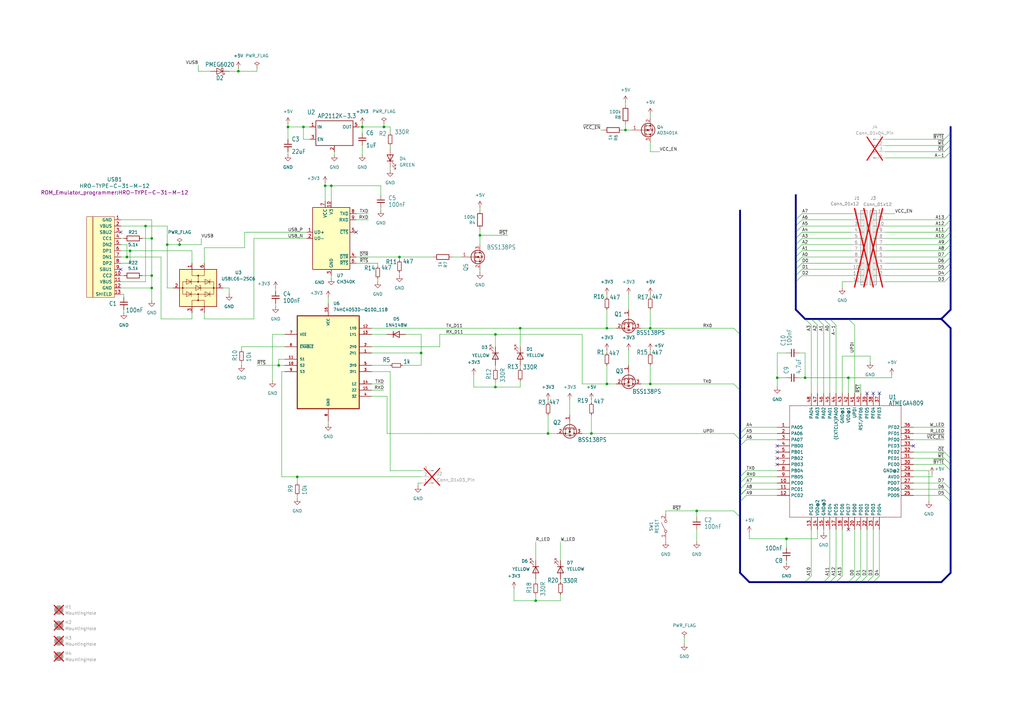
<source format=kicad_sch>
(kicad_sch
	(version 20231120)
	(generator "eeschema")
	(generator_version "8.0")
	(uuid "28fa76d1-9281-4306-81d2-b9e710546d0c")
	(paper "A3")
	(title_block
		(title "ROM Emulator Programmer")
		(date "2024-10-03")
		(rev "0.01")
		(company "Peter & Per")
	)
	
	(junction
		(at 121.92 195.58)
		(diameter 0)
		(color 0 0 0 0)
		(uuid "0d1f6abb-5305-4336-891d-c8ad04a56439")
	)
	(junction
		(at 53.34 102.87)
		(diameter 0)
		(color 0 0 0 0)
		(uuid "25fe08f4-9f66-4d53-a6a3-90a9a5f73936")
	)
	(junction
		(at 347.98 154.94)
		(diameter 0)
		(color 0 0 0 0)
		(uuid "29f471a5-1166-4216-b043-a68044debdba")
	)
	(junction
		(at 266.7 157.48)
		(diameter 0)
		(color 0 0 0 0)
		(uuid "3ba4e73c-d70a-4a41-9dd0-0a2a9871bb2f")
	)
	(junction
		(at 285.75 209.55)
		(diameter 0)
		(color 0 0 0 0)
		(uuid "40202182-4f8b-489c-bf19-179a3d99c14c")
	)
	(junction
		(at 133.35 76.2)
		(diameter 0)
		(color 0 0 0 0)
		(uuid "459e8b5b-8689-4623-8a89-082d8f854512")
	)
	(junction
		(at 62.23 113.03)
		(diameter 0)
		(color 0 0 0 0)
		(uuid "49566c78-2e93-4a70-87a7-beae877b2725")
	)
	(junction
		(at 73.66 100.33)
		(diameter 0)
		(color 0 0 0 0)
		(uuid "52aa08b5-ad6f-410c-b3b8-45e39b58c6f8")
	)
	(junction
		(at 62.23 97.79)
		(diameter 0)
		(color 0 0 0 0)
		(uuid "53f90da0-9f08-4abf-bee0-42b3eed651d0")
	)
	(junction
		(at 213.36 134.62)
		(diameter 0)
		(color 0 0 0 0)
		(uuid "54934003-054f-415a-908a-2d219a23e302")
	)
	(junction
		(at 318.77 154.94)
		(diameter 0)
		(color 0 0 0 0)
		(uuid "5772eb95-057a-49a6-b3fc-f8593202da99")
	)
	(junction
		(at 68.58 100.33)
		(diameter 0)
		(color 0 0 0 0)
		(uuid "5b204ae1-18cb-48a1-8bfc-83bbb69cd4d6")
	)
	(junction
		(at 118.11 52.07)
		(diameter 0)
		(color 0 0 0 0)
		(uuid "5db75ccb-e4fe-40a2-beea-ae9dafcb1ef0")
	)
	(junction
		(at 330.2 154.94)
		(diameter 0)
		(color 0 0 0 0)
		(uuid "628920db-d769-4d82-a99e-f8adb116e895")
	)
	(junction
		(at 203.2 137.16)
		(diameter 0)
		(color 0 0 0 0)
		(uuid "6597da01-b2b9-463e-8794-5d9afb43b4a2")
	)
	(junction
		(at 203.2 158.75)
		(diameter 0)
		(color 0 0 0 0)
		(uuid "690bb759-99bc-4c4c-9f6c-2d99266a44ce")
	)
	(junction
		(at 224.79 177.8)
		(diameter 0)
		(color 0 0 0 0)
		(uuid "7190c1d9-0e32-4fdb-a8d7-3c80efa4016a")
	)
	(junction
		(at 62.23 118.11)
		(diameter 0)
		(color 0 0 0 0)
		(uuid "83226750-bbd5-4926-bda5-792bd20ce125")
	)
	(junction
		(at 322.58 220.98)
		(diameter 0)
		(color 0 0 0 0)
		(uuid "84f033be-32bb-45a0-9234-97ebb0e46b3b")
	)
	(junction
		(at 386.08 130.81)
		(diameter 0)
		(color 0 0 0 0)
		(uuid "9410afe5-3f02-4941-bdbd-949a040e381b")
	)
	(junction
		(at 59.69 92.71)
		(diameter 0)
		(color 0 0 0 0)
		(uuid "95f4ad0f-cbf7-4f0b-853d-1e746aca63b5")
	)
	(junction
		(at 196.85 96.52)
		(diameter 0)
		(color 0 0 0 0)
		(uuid "99127e5b-f66f-4fe4-b5e4-d84695883680")
	)
	(junction
		(at 157.48 52.07)
		(diameter 0)
		(color 0 0 0 0)
		(uuid "9b8807cb-1f7d-4f87-8871-26309c860e68")
	)
	(junction
		(at 219.71 246.38)
		(diameter 0)
		(color 0 0 0 0)
		(uuid "9db3b82e-e985-4496-95e4-f3e725665b57")
	)
	(junction
		(at 163.83 105.41)
		(diameter 0)
		(color 0 0 0 0)
		(uuid "a4d2dbb6-0787-46a3-b156-0d6e470ee02e")
	)
	(junction
		(at 248.92 157.48)
		(diameter 0)
		(color 0 0 0 0)
		(uuid "b4fc6f02-e341-4c02-8017-9971c9ab3f4e")
	)
	(junction
		(at 114.3 149.86)
		(diameter 0)
		(color 0 0 0 0)
		(uuid "b6c99374-6b94-4b71-a1f3-9485e58af053")
	)
	(junction
		(at 242.57 177.8)
		(diameter 0)
		(color 0 0 0 0)
		(uuid "c7f162f5-4f28-48e2-b665-37283972dda4")
	)
	(junction
		(at 266.7 134.62)
		(diameter 0)
		(color 0 0 0 0)
		(uuid "d2d8463d-db89-4f29-90fa-cb37ab50933d")
	)
	(junction
		(at 148.59 52.07)
		(diameter 0)
		(color 0 0 0 0)
		(uuid "d3db53cd-b126-4577-9067-15d46ac3dc52")
	)
	(junction
		(at 52.07 105.41)
		(diameter 0)
		(color 0 0 0 0)
		(uuid "de18eed2-d3aa-482d-a7b7-d338c262e634")
	)
	(junction
		(at 248.92 134.62)
		(diameter 0)
		(color 0 0 0 0)
		(uuid "e08b558c-5012-48f8-a0c1-4b153d781b82")
	)
	(junction
		(at 135.89 76.2)
		(diameter 0)
		(color 0 0 0 0)
		(uuid "e360f6a9-d7ef-45f4-8bc5-4441923b35bb")
	)
	(junction
		(at 124.46 52.07)
		(diameter 0)
		(color 0 0 0 0)
		(uuid "e4945014-46f4-4640-8266-cbb33aeb1d9e")
	)
	(junction
		(at 97.79 29.21)
		(diameter 0)
		(color 0 0 0 0)
		(uuid "e4e4fe5a-3b98-499f-84a0-64c80cf04e96")
	)
	(junction
		(at 256.54 53.34)
		(diameter 0)
		(color 0 0 0 0)
		(uuid "f21ae05e-3001-43fa-b13c-5e5b5e370dd5")
	)
	(junction
		(at 172.72 144.78)
		(diameter 0)
		(color 0 0 0 0)
		(uuid "f5be8b5a-43b4-4d6d-81aa-710ff6672bb6")
	)
	(no_connect
		(at 374.65 182.88)
		(uuid "17edd824-7cb9-4ad6-bf0d-e52851e6fe81")
	)
	(no_connect
		(at 358.14 161.29)
		(uuid "227c5be5-f782-4bb2-99b2-db227c4d58e3")
	)
	(no_connect
		(at 49.53 110.49)
		(uuid "327264a2-1cde-4c2c-b205-7c14a5dbbf5c")
	)
	(no_connect
		(at 347.98 217.17)
		(uuid "33e031f8-b2bf-43a8-b45b-02363745e06c")
	)
	(no_connect
		(at 318.77 185.42)
		(uuid "418a2b17-cd9e-441f-8b25-c4d0d51a66be")
	)
	(no_connect
		(at 318.77 182.88)
		(uuid "5b109c58-2026-4629-8bee-35fe74d70d77")
	)
	(no_connect
		(at 360.68 161.29)
		(uuid "5fbbfa6c-c786-43cd-9118-9a1148b6cd4a")
	)
	(no_connect
		(at 355.6 161.29)
		(uuid "b890e99b-a31e-4f71-9a01-f615eb290f71")
	)
	(no_connect
		(at 146.05 95.25)
		(uuid "c15fafae-9b2d-4f94-9859-525f9bb93994")
	)
	(no_connect
		(at 49.53 95.25)
		(uuid "e958ab6e-b7bc-41aa-8552-74f8a03fb1a1")
	)
	(no_connect
		(at 318.77 190.5)
		(uuid "eb2ca0d2-b774-429b-992e-72880025be2b")
	)
	(no_connect
		(at 318.77 187.96)
		(uuid "f5c85e36-0f25-44ae-8024-1f423dc8cf27")
	)
	(bus_entry
		(at 328.93 113.03)
		(size -2.54 2.54)
		(stroke
			(width 0)
			(type default)
		)
		(uuid "0aa1af16-689c-411d-94ed-9d2f18765aea")
	)
	(bus_entry
		(at 387.35 59.69)
		(size 2.54 -2.54)
		(stroke
			(width 0)
			(type default)
		)
		(uuid "16a685a5-abe1-429b-a85b-7fb5aeb91a98")
	)
	(bus_entry
		(at 328.93 87.63)
		(size -2.54 2.54)
		(stroke
			(width 0)
			(type default)
		)
		(uuid "16fb4579-8076-4569-a889-c74fb0a44e57")
	)
	(bus_entry
		(at 387.35 102.87)
		(size 2.54 -2.54)
		(stroke
			(width 0)
			(type default)
		)
		(uuid "17afc67b-cb84-41c7-a0d3-859bf042dd44")
	)
	(bus_entry
		(at 360.68 236.22)
		(size -2.54 2.54)
		(stroke
			(width 0)
			(type default)
		)
		(uuid "1910cc65-d552-4ede-8a47-7bb05d228f88")
	)
	(bus_entry
		(at 387.35 92.71)
		(size 2.54 -2.54)
		(stroke
			(width 0)
			(type default)
		)
		(uuid "1be8e402-e8e0-462a-9c1d-8b35ca998292")
	)
	(bus_entry
		(at 387.35 107.95)
		(size 2.54 -2.54)
		(stroke
			(width 0)
			(type default)
		)
		(uuid "20bfcef1-00cc-4234-972e-37a3aca6546c")
	)
	(bus_entry
		(at 342.9 236.22)
		(size -2.54 2.54)
		(stroke
			(width 0)
			(type default)
		)
		(uuid "232552e6-d3ce-4323-9878-9d0a815a4fb0")
	)
	(bus_entry
		(at 387.35 95.25)
		(size 2.54 -2.54)
		(stroke
			(width 0)
			(type default)
		)
		(uuid "2485caa4-edea-47d3-8564-cee6ac5cd45e")
	)
	(bus_entry
		(at 328.93 97.79)
		(size -2.54 2.54)
		(stroke
			(width 0)
			(type default)
		)
		(uuid "25026f63-23a1-4fdd-9ba1-d57454297aad")
	)
	(bus_entry
		(at 306.07 200.66)
		(size -2.54 2.54)
		(stroke
			(width 0)
			(type default)
		)
		(uuid "25935f77-39bc-4b3c-a923-1df4383556b3")
	)
	(bus_entry
		(at 306.07 177.8)
		(size -2.54 2.54)
		(stroke
			(width 0)
			(type default)
		)
		(uuid "25ab4834-eba0-46db-85de-b05220deb2bd")
	)
	(bus_entry
		(at 342.9 133.35)
		(size -2.54 -2.54)
		(stroke
			(width 0)
			(type default)
		)
		(uuid "28dc474f-e6e9-4bfe-aaa4-5cf8802ba712")
	)
	(bus_entry
		(at 387.35 200.66)
		(size 2.54 2.54)
		(stroke
			(width 0)
			(type default)
		)
		(uuid "2c1f6dc9-e875-485a-8268-d7844c713a09")
	)
	(bus_entry
		(at 328.93 100.33)
		(size -2.54 2.54)
		(stroke
			(width 0)
			(type default)
		)
		(uuid "2efdf071-883b-4862-b301-80ffe5be0ca0")
	)
	(bus_entry
		(at 387.35 57.15)
		(size 2.54 -2.54)
		(stroke
			(width 0)
			(type default)
		)
		(uuid "2f3f09fe-9c8f-4565-89a0-4fda67bdfe1e")
	)
	(bus_entry
		(at 387.35 110.49)
		(size 2.54 -2.54)
		(stroke
			(width 0)
			(type default)
		)
		(uuid "306f09d3-c117-4330-9407-5c4d49ce0b53")
	)
	(bus_entry
		(at 337.82 133.35)
		(size -2.54 -2.54)
		(stroke
			(width 0)
			(type default)
		)
		(uuid "33649431-c1c8-43cd-9acd-2c9a7d3321e8")
	)
	(bus_entry
		(at 387.35 97.79)
		(size 2.54 -2.54)
		(stroke
			(width 0)
			(type default)
		)
		(uuid "35824b65-6ec4-46e2-b5c4-eac478b69c2b")
	)
	(bus_entry
		(at 387.35 64.77)
		(size 2.54 -2.54)
		(stroke
			(width 0)
			(type default)
		)
		(uuid "4c7cc51e-3724-449d-adbb-3ea092cbc57e")
	)
	(bus_entry
		(at 355.6 236.22)
		(size -2.54 2.54)
		(stroke
			(width 0)
			(type default)
		)
		(uuid "5015131d-c2ac-424e-a78c-0a05714f6fac")
	)
	(bus_entry
		(at 328.93 90.17)
		(size -2.54 2.54)
		(stroke
			(width 0)
			(type default)
		)
		(uuid "51bbb9fa-f4ea-4874-a7d9-4741da0d4ce4")
	)
	(bus_entry
		(at 328.93 102.87)
		(size -2.54 2.54)
		(stroke
			(width 0)
			(type default)
		)
		(uuid "57919088-5913-4eda-b3f9-047a2b97203c")
	)
	(bus_entry
		(at 358.14 236.22)
		(size -2.54 2.54)
		(stroke
			(width 0)
			(type default)
		)
		(uuid "58c68571-7bb1-4e02-969f-0f375d588f18")
	)
	(bus_entry
		(at 306.07 198.12)
		(size -2.54 2.54)
		(stroke
			(width 0)
			(type default)
		)
		(uuid "5d39ca08-1f9e-4a7f-b076-da956f2d39f8")
	)
	(bus_entry
		(at 300.99 157.48)
		(size 2.54 2.54)
		(stroke
			(width 0)
			(type default)
		)
		(uuid "668eecfb-898e-4f3f-9125-ea0e2700ea44")
	)
	(bus_entry
		(at 306.07 180.34)
		(size -2.54 2.54)
		(stroke
			(width 0)
			(type default)
		)
		(uuid "66fa855d-9aab-4934-a28c-54da3fba9912")
	)
	(bus_entry
		(at 387.35 62.23)
		(size 2.54 -2.54)
		(stroke
			(width 0)
			(type default)
		)
		(uuid "69305812-d088-44f4-85c7-a578cdaed436")
	)
	(bus_entry
		(at 387.35 185.42)
		(size 2.54 2.54)
		(stroke
			(width 0)
			(type default)
		)
		(uuid "71ae20e8-c87e-4827-916b-ba5efd75b6be")
	)
	(bus_entry
		(at 387.35 100.33)
		(size 2.54 -2.54)
		(stroke
			(width 0)
			(type default)
		)
		(uuid "7224c973-9db9-4da6-acd6-6fbf779b56fb")
	)
	(bus_entry
		(at 332.74 236.22)
		(size -2.54 2.54)
		(stroke
			(width 0)
			(type default)
		)
		(uuid "7579ff0e-c314-44ab-a8a0-47817b1c8abb")
	)
	(bus_entry
		(at 306.07 193.04)
		(size -2.54 2.54)
		(stroke
			(width 0)
			(type default)
		)
		(uuid "7c422821-4b95-406d-916e-9666fd8aa869")
	)
	(bus_entry
		(at 300.99 134.62)
		(size 2.54 2.54)
		(stroke
			(width 0)
			(type default)
		)
		(uuid "7c9b0bd5-fae6-4cfe-a80f-1c525793abb9")
	)
	(bus_entry
		(at 387.35 113.03)
		(size 2.54 -2.54)
		(stroke
			(width 0)
			(type default)
		)
		(uuid "7f71c6f6-fc39-480a-870c-642f356424fe")
	)
	(bus_entry
		(at 328.93 92.71)
		(size -2.54 2.54)
		(stroke
			(width 0)
			(type default)
		)
		(uuid "7fb0f4c9-65d2-4a8f-a048-ee7a67f238b2")
	)
	(bus_entry
		(at 300.99 177.8)
		(size 2.54 2.54)
		(stroke
			(width 0)
			(type default)
		)
		(uuid "81cecfa1-cb57-4c42-bca6-3ae4b0631463")
	)
	(bus_entry
		(at 306.07 200.66)
		(size -2.54 2.54)
		(stroke
			(width 0)
			(type default)
		)
		(uuid "842ecb31-5cfe-4144-8683-3c6d1331ff77")
	)
	(bus_entry
		(at 387.35 90.17)
		(size 2.54 -2.54)
		(stroke
			(width 0)
			(type default)
		)
		(uuid "85859c3c-9ec5-4020-b4b2-424ee21c7f31")
	)
	(bus_entry
		(at 328.93 95.25)
		(size -2.54 2.54)
		(stroke
			(width 0)
			(type default)
		)
		(uuid "866292a7-49b7-4edc-a078-0b67d6d4ae4c")
	)
	(bus_entry
		(at 340.36 236.22)
		(size -2.54 2.54)
		(stroke
			(width 0)
			(type default)
		)
		(uuid "8790097f-ce2c-4cee-974d-6aba0753c60f")
	)
	(bus_entry
		(at 387.35 105.41)
		(size 2.54 -2.54)
		(stroke
			(width 0)
			(type default)
		)
		(uuid "92d378de-bc20-41a0-a9b1-dc67fc4b1c50")
	)
	(bus_entry
		(at 306.07 203.2)
		(size -2.54 2.54)
		(stroke
			(width 0)
			(type default)
		)
		(uuid "9e30d67c-3181-421c-aea0-c2f47e295343")
	)
	(bus_entry
		(at 387.35 198.12)
		(size 2.54 2.54)
		(stroke
			(width 0)
			(type default)
		)
		(uuid "a09ab4d8-6519-4e2b-a8eb-bd4d95fb7897")
	)
	(bus_entry
		(at 306.07 195.58)
		(size -2.54 2.54)
		(stroke
			(width 0)
			(type default)
		)
		(uuid "a146ad34-41ff-4206-a19d-0be39c0cd6ab")
	)
	(bus_entry
		(at 387.35 187.96)
		(size 2.54 2.54)
		(stroke
			(width 0)
			(type default)
		)
		(uuid "a3a8ab07-58fb-49b6-8265-0000d373c0f4")
	)
	(bus_entry
		(at 328.93 107.95)
		(size -2.54 2.54)
		(stroke
			(width 0)
			(type default)
		)
		(uuid "ae2c274e-1b19-43dc-ba01-7842f12c853c")
	)
	(bus_entry
		(at 345.44 236.22)
		(size -2.54 2.54)
		(stroke
			(width 0)
			(type default)
		)
		(uuid "ae907c98-f150-4cfe-8683-866f547cddc3")
	)
	(bus_entry
		(at 328.93 105.41)
		(size -2.54 2.54)
		(stroke
			(width 0)
			(type default)
		)
		(uuid "aec6c226-2370-48f5-a6b8-7c050a1b034a")
	)
	(bus_entry
		(at 387.35 115.57)
		(size 2.54 -2.54)
		(stroke
			(width 0)
			(type default)
		)
		(uuid "b52cd8fb-a4e1-485e-8296-2595c0d87705")
	)
	(bus_entry
		(at 340.36 133.35)
		(size -2.54 -2.54)
		(stroke
			(width 0)
			(type default)
		)
		(uuid "b71aef7b-0325-4713-b6e1-27f4aba133ac")
	)
	(bus_entry
		(at 328.93 110.49)
		(size -2.54 2.54)
		(stroke
			(width 0)
			(type default)
		)
		(uuid "b943ddf4-d7e8-49fe-a5a8-27433629e951")
	)
	(bus_entry
		(at 300.99 209.55)
		(size 2.54 2.54)
		(stroke
			(width 0)
			(type default)
		)
		(uuid "bd83e3c9-e2a7-47a7-abc0-eefb902aac33")
	)
	(bus_entry
		(at 332.74 133.35)
		(size -2.54 -2.54)
		(stroke
			(width 0)
			(type default)
		)
		(uuid "be8ad4d9-f125-45ee-84c7-8700267dc8d3")
	)
	(bus_entry
		(at 387.35 190.5)
		(size 2.54 2.54)
		(stroke
			(width 0)
			(type default)
		)
		(uuid "c51268ad-6885-4322-8e4d-c67d857e3d23")
	)
	(bus_entry
		(at 353.06 236.22)
		(size -2.54 2.54)
		(stroke
			(width 0)
			(type default)
		)
		(uuid "cf1061d4-aedb-44b3-afee-d2e2aef0f8d9")
	)
	(bus_entry
		(at 306.07 175.26)
		(size -2.54 2.54)
		(stroke
			(width 0)
			(type default)
		)
		(uuid "e3aec4cb-12fc-4eec-864a-0cb00c18c397")
	)
	(bus_entry
		(at 387.35 203.2)
		(size 2.54 2.54)
		(stroke
			(width 0)
			(type default)
		)
		(uuid "e9354dbe-5ab2-445d-afa8-6c25f014f2ea")
	)
	(bus_entry
		(at 335.28 133.35)
		(size -2.54 -2.54)
		(stroke
			(width 0)
			(type default)
		)
		(uuid "eb4e5123-fe35-45e0-a9e4-095e9ee5ea6b")
	)
	(bus_entry
		(at 350.52 236.22)
		(size -2.54 2.54)
		(stroke
			(width 0)
			(type default)
		)
		(uuid "ef562df2-da45-448a-b1c9-9e75f319a6fb")
	)
	(bus_entry
		(at 350.52 133.35)
		(size -2.54 -2.54)
		(stroke
			(width 0)
			(type default)
		)
		(uuid "f94ee951-5821-4e10-8d0b-78426479034e")
	)
	(bus
		(pts
			(xy 389.89 102.87) (xy 389.89 105.41)
		)
		(stroke
			(width 0.762)
			(type solid)
		)
		(uuid "009e38fb-06d8-4f52-a649-342a66806d07")
	)
	(wire
		(pts
			(xy 347.98 154.94) (xy 365.76 154.94)
		)
		(stroke
			(width 0.1524)
			(type solid)
		)
		(uuid "013a424d-0c63-410d-a030-e123de418a7b")
	)
	(wire
		(pts
			(xy 62.23 97.79) (xy 62.23 113.03)
		)
		(stroke
			(width 0)
			(type default)
		)
		(uuid "015919bb-bf9a-4193-8487-a1d36051865d")
	)
	(wire
		(pts
			(xy 219.71 237.49) (xy 219.71 238.76)
		)
		(stroke
			(width 0)
			(type default)
		)
		(uuid "019ac63c-afae-46e9-bd5b-ec9a0adbeb52")
	)
	(wire
		(pts
			(xy 256.54 53.34) (xy 259.08 53.34)
		)
		(stroke
			(width 0)
			(type default)
		)
		(uuid "0381a88b-5251-4399-bd12-fa44317dd30d")
	)
	(wire
		(pts
			(xy 374.65 193.04) (xy 381 193.04)
		)
		(stroke
			(width 0)
			(type default)
		)
		(uuid "042e4ed2-7259-4e1d-bf91-590c01946f4d")
	)
	(bus
		(pts
			(xy 326.39 92.71) (xy 326.39 90.17)
		)
		(stroke
			(width 0.762)
			(type solid)
		)
		(uuid "0509aad3-98e1-46b0-b088-0edb29aa5c30")
	)
	(wire
		(pts
			(xy 134.62 121.92) (xy 134.62 124.46)
		)
		(stroke
			(width 0)
			(type default)
		)
		(uuid "052fba4b-da4c-482c-9604-43c5506f6e62")
	)
	(bus
		(pts
			(xy 389.89 110.49) (xy 389.89 113.03)
		)
		(stroke
			(width 0.762)
			(type solid)
		)
		(uuid "0752531a-d6a4-4814-85e2-02e48ec0dbe8")
	)
	(wire
		(pts
			(xy 349.25 105.41) (xy 328.93 105.41)
		)
		(stroke
			(width 0)
			(type default)
		)
		(uuid "08393765-15ca-4832-89b7-61d85d407e61")
	)
	(wire
		(pts
			(xy 238.76 177.8) (xy 242.57 177.8)
		)
		(stroke
			(width 0.1524)
			(type solid)
		)
		(uuid "09b96df1-f1d8-402f-9c78-8dc9c0aa6ae7")
	)
	(wire
		(pts
			(xy 318.77 158.75) (xy 318.77 154.94)
		)
		(stroke
			(width 0)
			(type default)
		)
		(uuid "09c3e1ac-4617-482c-9e3c-dd2907fcde2d")
	)
	(wire
		(pts
			(xy 147.32 52.07) (xy 148.59 52.07)
		)
		(stroke
			(width 0.1524)
			(type solid)
		)
		(uuid "09ca1d16-aeab-4480-b710-8f30bfc75e0e")
	)
	(wire
		(pts
			(xy 66.04 105.41) (xy 66.04 130.81)
		)
		(stroke
			(width 0)
			(type default)
		)
		(uuid "0a049206-63c3-45b7-81ea-36e71c351f4c")
	)
	(wire
		(pts
			(xy 121.92 195.58) (xy 172.72 195.58)
		)
		(stroke
			(width 0)
			(type default)
		)
		(uuid "0b5cf8f2-096e-42c2-8b88-f86d1834cb82")
	)
	(wire
		(pts
			(xy 134.62 172.72) (xy 134.62 173.99)
		)
		(stroke
			(width 0)
			(type default)
		)
		(uuid "0d5127a6-a167-4f21-9067-339e2e7ceef1")
	)
	(wire
		(pts
			(xy 213.36 142.24) (xy 213.36 134.62)
		)
		(stroke
			(width 0.1524)
			(type solid)
		)
		(uuid "0dd763da-7cdd-419f-90af-3a458ce0a481")
	)
	(wire
		(pts
			(xy 363.22 87.63) (xy 367.03 87.63)
		)
		(stroke
			(width 0)
			(type default)
		)
		(uuid "0e2acd85-a123-41b7-93c4-ab43a356d450")
	)
	(wire
		(pts
			(xy 118.11 62.23) (xy 118.11 63.5)
		)
		(stroke
			(width 0)
			(type default)
		)
		(uuid "0e4bb3c0-49f2-43ef-a951-3f67164b3b08")
	)
	(wire
		(pts
			(xy 349.25 100.33) (xy 328.93 100.33)
		)
		(stroke
			(width 0)
			(type default)
		)
		(uuid "0ebfff8f-895d-414b-8952-e54f5e5af4a5")
	)
	(wire
		(pts
			(xy 146.05 107.95) (xy 154.94 107.95)
		)
		(stroke
			(width 0)
			(type default)
		)
		(uuid "0fe8d0af-bcd1-44dd-9c0b-2cb075be43ce")
	)
	(wire
		(pts
			(xy 327.66 154.94) (xy 330.2 154.94)
		)
		(stroke
			(width 0.1524)
			(type solid)
		)
		(uuid "11212c01-7978-4656-a750-69f7b1e63e9f")
	)
	(bus
		(pts
			(xy 389.89 113.03) (xy 389.89 127)
		)
		(stroke
			(width 0.762)
			(type solid)
		)
		(uuid "1177ab42-a473-4fd1-9ba0-7f73b4985297")
	)
	(wire
		(pts
			(xy 163.83 105.41) (xy 177.8 105.41)
		)
		(stroke
			(width 0)
			(type default)
		)
		(uuid "11fb1f8d-59b1-41db-afef-b9484cd2fee4")
	)
	(wire
		(pts
			(xy 349.25 90.17) (xy 328.93 90.17)
		)
		(stroke
			(width 0)
			(type default)
		)
		(uuid "12c7cffc-e85d-4800-9f6d-b94edff32052")
	)
	(bus
		(pts
			(xy 342.9 238.76) (xy 347.98 238.76)
		)
		(stroke
			(width 0.762)
			(type solid)
		)
		(uuid "1300f3ec-1477-4228-9d48-992c9e0a6f65")
	)
	(wire
		(pts
			(xy 196.85 96.52) (xy 203.2 96.52)
		)
		(stroke
			(width 0)
			(type default)
		)
		(uuid "1318f2b1-a526-4aba-9252-e53f4c0cc711")
	)
	(bus
		(pts
			(xy 350.52 238.76) (xy 353.06 238.76)
		)
		(stroke
			(width 0.762)
			(type solid)
		)
		(uuid "16235157-2cf7-4cf5-b472-e5bef53e0c1b")
	)
	(wire
		(pts
			(xy 175.26 177.8) (xy 224.79 177.8)
		)
		(stroke
			(width 0.1524)
			(type solid)
		)
		(uuid "16986530-80d7-48cb-91d0-4d078eb5b791")
	)
	(bus
		(pts
			(xy 353.06 238.76) (xy 355.6 238.76)
		)
		(stroke
			(width 0.762)
			(type solid)
		)
		(uuid "1744e8ae-2f53-4a25-b5a2-90744d83b232")
	)
	(bus
		(pts
			(xy 389.89 97.79) (xy 389.89 100.33)
		)
		(stroke
			(width 0.762)
			(type solid)
		)
		(uuid "1756d4fc-8430-4535-8587-3ddbfc109c60")
	)
	(wire
		(pts
			(xy 115.57 195.58) (xy 121.92 195.58)
		)
		(stroke
			(width 0)
			(type default)
		)
		(uuid "1804159d-5d95-4350-94e9-bca4f08e878b")
	)
	(wire
		(pts
			(xy 228.6 177.8) (xy 224.79 177.8)
		)
		(stroke
			(width 0.1524)
			(type solid)
		)
		(uuid "187cb4fc-7dbd-4cd1-bba4-a32961953a1d")
	)
	(bus
		(pts
			(xy 326.39 105.41) (xy 326.39 102.87)
		)
		(stroke
			(width 0.762)
			(type solid)
		)
		(uuid "18ad8ee6-dda0-42f9-9290-c2e84f19e80d")
	)
	(wire
		(pts
			(xy 160.02 152.4) (xy 160.02 193.04)
		)
		(stroke
			(width 0)
			(type default)
		)
		(uuid "1983c23b-6fcb-4416-aee0-8a4e17c77057")
	)
	(wire
		(pts
			(xy 50.8 120.65) (xy 50.8 121.92)
		)
		(stroke
			(width 0)
			(type default)
		)
		(uuid "19dc7b7f-6577-468e-a23e-44c9c4f02c8a")
	)
	(wire
		(pts
			(xy 210.82 241.3) (xy 210.82 246.38)
		)
		(stroke
			(width 0)
			(type default)
		)
		(uuid "1b9f7f01-7362-440f-b836-47170616eaf5")
	)
	(wire
		(pts
			(xy 158.75 177.8) (xy 175.26 177.8)
		)
		(stroke
			(width 0)
			(type default)
		)
		(uuid "1cbd6778-760c-4ee9-8e5e-96833a8ee8b4")
	)
	(wire
		(pts
			(xy 50.8 127) (xy 50.8 128.27)
		)
		(stroke
			(width 0)
			(type default)
		)
		(uuid "1e4fc8f8-f593-4a29-b4cd-70d9837add59")
	)
	(wire
		(pts
			(xy 318.77 195.58) (xy 306.07 195.58)
		)
		(stroke
			(width 0.1524)
			(type solid)
		)
		(uuid "1eab1aa2-e84d-4cc1-b606-b47612e8b88b")
	)
	(wire
		(pts
			(xy 318.77 154.94) (xy 322.58 154.94)
		)
		(stroke
			(width 0)
			(type default)
		)
		(uuid "1eb334ba-07be-46cf-91b9-6057a111fdcb")
	)
	(wire
		(pts
			(xy 62.23 113.03) (xy 62.23 118.11)
		)
		(stroke
			(width 0)
			(type default)
		)
		(uuid "1ec0a4bb-c245-46b2-b58d-26cdaf073780")
	)
	(wire
		(pts
			(xy 374.65 175.26) (xy 387.35 175.26)
		)
		(stroke
			(width 0)
			(type default)
		)
		(uuid "1ef0529d-7bf0-43a1-83c1-ee2096199477")
	)
	(wire
		(pts
			(xy 349.25 92.71) (xy 328.93 92.71)
		)
		(stroke
			(width 0)
			(type default)
		)
		(uuid "2018ab69-1b58-4b1c-be6d-630c9493131b")
	)
	(wire
		(pts
			(xy 194.31 158.75) (xy 203.2 158.75)
		)
		(stroke
			(width 0)
			(type default)
		)
		(uuid "20b7ee20-30c5-46c9-a107-3283254549af")
	)
	(wire
		(pts
			(xy 340.36 161.29) (xy 340.36 133.35)
		)
		(stroke
			(width 0.1524)
			(type solid)
		)
		(uuid "20fb9ccb-4ef5-469b-88ab-fd2d1ed94c7e")
	)
	(wire
		(pts
			(xy 273.05 220.98) (xy 273.05 222.25)
		)
		(stroke
			(width 0)
			(type default)
		)
		(uuid "214a7ee8-8efd-4ad8-a40a-91e79ad8be86")
	)
	(wire
		(pts
			(xy 152.4 134.62) (xy 175.26 134.62)
		)
		(stroke
			(width 0)
			(type default)
		)
		(uuid "217b16ee-b803-4f3e-af6d-0d6c4e0fd9c1")
	)
	(wire
		(pts
			(xy 363.22 92.71) (xy 387.35 92.71)
		)
		(stroke
			(width 0)
			(type default)
		)
		(uuid "21d72ae5-41c2-4531-8ed7-777e28225e5c")
	)
	(wire
		(pts
			(xy 266.7 134.62) (xy 300.99 134.62)
		)
		(stroke
			(width 0.1524)
			(type solid)
		)
		(uuid "21fd52e5-5515-461c-84f7-3112a5a1f945")
	)
	(wire
		(pts
			(xy 53.34 102.87) (xy 78.74 102.87)
		)
		(stroke
			(width 0)
			(type default)
		)
		(uuid "22be691a-d2f7-4b76-82b7-b3454c5f6574")
	)
	(wire
		(pts
			(xy 62.23 118.11) (xy 62.23 123.19)
		)
		(stroke
			(width 0)
			(type default)
		)
		(uuid "2300fff3-6ac5-49f7-85d8-0262eb9d8349")
	)
	(wire
		(pts
			(xy 203.2 142.24) (xy 203.2 137.16)
		)
		(stroke
			(width 0.1524)
			(type solid)
		)
		(uuid "231165a3-4e2f-4693-8bf1-8dff36d0f418")
	)
	(bus
		(pts
			(xy 303.53 200.66) (xy 303.53 198.12)
		)
		(stroke
			(width 0.762)
			(type solid)
		)
		(uuid "2378be87-b70d-48b9-9032-240b9e5821df")
	)
	(wire
		(pts
			(xy 273.05 209.55) (xy 285.75 209.55)
		)
		(stroke
			(width 0.1524)
			(type solid)
		)
		(uuid "23ae37f7-0064-4193-ab8e-d6a22a1e843d")
	)
	(bus
		(pts
			(xy 326.39 107.95) (xy 326.39 105.41)
		)
		(stroke
			(width 0.762)
			(type solid)
		)
		(uuid "23b08d59-f152-479e-8bfd-78fe22932cfc")
	)
	(wire
		(pts
			(xy 248.92 127) (xy 248.92 134.62)
		)
		(stroke
			(width 0.1524)
			(type solid)
		)
		(uuid "23c7bfe4-eaa0-4bfb-9f62-3e2c701899e5")
	)
	(wire
		(pts
			(xy 148.59 52.07) (xy 148.59 50.8)
		)
		(stroke
			(width 0.1524)
			(type solid)
		)
		(uuid "244e53d4-5e2c-4aaa-a796-d3fea53c68b3")
	)
	(wire
		(pts
			(xy 196.85 93.98) (xy 196.85 96.52)
		)
		(stroke
			(width 0)
			(type default)
		)
		(uuid "2489826d-dd90-4e52-b9d3-9c5c04b54862")
	)
	(bus
		(pts
			(xy 389.89 62.23) (xy 389.89 87.63)
		)
		(stroke
			(width 0.762)
			(type solid)
		)
		(uuid "24dd2c5d-86f0-4ec5-b6e4-6ee4c7cab5bd")
	)
	(bus
		(pts
			(xy 307.34 238.76) (xy 303.53 234.95)
		)
		(stroke
			(width 0.762)
			(type solid)
		)
		(uuid "24f9edcc-32d4-4da1-92c1-6a803eab182c")
	)
	(wire
		(pts
			(xy 105.41 29.21) (xy 105.41 27.94)
		)
		(stroke
			(width 0)
			(type default)
		)
		(uuid "25e47d13-f83c-4b36-918e-de41ac914996")
	)
	(bus
		(pts
			(xy 303.53 203.2) (xy 303.53 205.74)
		)
		(stroke
			(width 0.762)
			(type solid)
		)
		(uuid "27755419-bda5-4635-9da3-d7b708346a7f")
	)
	(wire
		(pts
			(xy 83.82 101.6) (xy 100.33 101.6)
		)
		(stroke
			(width 0)
			(type default)
		)
		(uuid "2a3b960c-773a-41b4-b2d0-93e681f5f43b")
	)
	(wire
		(pts
			(xy 266.7 143.51) (xy 266.7 144.78)
		)
		(stroke
			(width 0)
			(type default)
		)
		(uuid "2adaaf9d-6341-4463-b2c2-fd4670cc39cd")
	)
	(bus
		(pts
			(xy 326.39 80.01) (xy 326.39 90.17)
		)
		(stroke
			(width 0.762)
			(type solid)
		)
		(uuid "2ba86e6b-d314-4e63-a775-66d93ff94e5a")
	)
	(wire
		(pts
			(xy 219.71 243.84) (xy 219.71 246.38)
		)
		(stroke
			(width 0.1524)
			(type solid)
		)
		(uuid "2bad68dc-297b-4555-85f6-d6361423eb7c")
	)
	(bus
		(pts
			(xy 303.53 160.02) (xy 303.53 137.16)
		)
		(stroke
			(width 0.762)
			(type solid)
		)
		(uuid "2c66870b-d0b8-4b83-9a66-233c4359d44b")
	)
	(wire
		(pts
			(xy 318.77 144.78) (xy 322.58 144.78)
		)
		(stroke
			(width 0)
			(type default)
		)
		(uuid "2cfda724-8e8a-41e3-80f9-005fa80ad197")
	)
	(wire
		(pts
			(xy 248.92 149.86) (xy 248.92 157.48)
		)
		(stroke
			(width 0.1524)
			(type solid)
		)
		(uuid "2d135478-c8e9-4c22-93a5-86ce57f71e7c")
	)
	(wire
		(pts
			(xy 49.53 92.71) (xy 59.69 92.71)
		)
		(stroke
			(width 0)
			(type default)
		)
		(uuid "2de501c6-8a0d-43ab-a625-7e56e9567fee")
	)
	(bus
		(pts
			(xy 358.14 238.76) (xy 386.08 238.76)
		)
		(stroke
			(width 0.762)
			(type solid)
		)
		(uuid "2e71ef3f-af3f-44df-8112-312e0ae37782")
	)
	(wire
		(pts
			(xy 363.22 115.57) (xy 387.35 115.57)
		)
		(stroke
			(width 0)
			(type default)
		)
		(uuid "2f04fef7-6359-4dee-97c3-872a2308cf02")
	)
	(bus
		(pts
			(xy 332.74 130.81) (xy 330.2 130.81)
		)
		(stroke
			(width 0.762)
			(type solid)
		)
		(uuid "2fd66dbb-d7f1-42f5-8a28-156223f96917")
	)
	(bus
		(pts
			(xy 389.89 234.95) (xy 389.89 205.74)
		)
		(stroke
			(width 0.762)
			(type solid)
		)
		(uuid "30b3fd97-8875-468e-8bbd-29b1e6ea0f41")
	)
	(wire
		(pts
			(xy 356.87 148.59) (xy 356.87 146.05)
		)
		(stroke
			(width 0)
			(type default)
		)
		(uuid "31868d51-0a97-4c33-95c5-57011daea4f7")
	)
	(wire
		(pts
			(xy 83.82 101.6) (xy 83.82 107.95)
		)
		(stroke
			(width 0)
			(type default)
		)
		(uuid "31ab0e6a-1775-47d6-94e6-3ae0481e6615")
	)
	(wire
		(pts
			(xy 166.37 137.16) (xy 172.72 137.16)
		)
		(stroke
			(width 0)
			(type default)
		)
		(uuid "32fc3a44-dd95-4980-821a-acb2266f51af")
	)
	(wire
		(pts
			(xy 172.72 144.78) (xy 172.72 137.16)
		)
		(stroke
			(width 0)
			(type default)
		)
		(uuid "338f900e-44ef-4935-88ce-7e65c81d4981")
	)
	(wire
		(pts
			(xy 114.3 147.32) (xy 114.3 149.86)
		)
		(stroke
			(width 0)
			(type default)
		)
		(uuid "343b6689-ae80-44d4-913f-51c1b9c6248e")
	)
	(wire
		(pts
			(xy 58.42 97.79) (xy 62.23 97.79)
		)
		(stroke
			(width 0)
			(type default)
		)
		(uuid "34913f22-09d2-4c06-8649-234e8665a34d")
	)
	(wire
		(pts
			(xy 113.03 118.11) (xy 113.03 119.38)
		)
		(stroke
			(width 0)
			(type default)
		)
		(uuid "34da4228-f370-437c-b988-f24ea289f74e")
	)
	(bus
		(pts
			(xy 389.89 200.66) (xy 389.89 193.04)
		)
		(stroke
			(width 0.762)
			(type solid)
		)
		(uuid "35137d75-cbac-4a59-9a03-826fe702466c")
	)
	(wire
		(pts
			(xy 213.36 149.86) (xy 213.36 151.13)
		)
		(stroke
			(width 0)
			(type default)
		)
		(uuid "35378b14-3990-4e5e-91e7-cf2e4b7c4e2c")
	)
	(wire
		(pts
			(xy 328.93 107.95) (xy 349.25 107.95)
		)
		(stroke
			(width 0)
			(type default)
		)
		(uuid "35ab9d8f-d203-46b2-bd98-94bb4d97c0ea")
	)
	(wire
		(pts
			(xy 255.27 53.34) (xy 256.54 53.34)
		)
		(stroke
			(width 0)
			(type default)
		)
		(uuid "3766d906-4b6b-4091-b532-dc0a3179d153")
	)
	(wire
		(pts
			(xy 99.06 148.59) (xy 99.06 149.86)
		)
		(stroke
			(width 0)
			(type default)
		)
		(uuid "39378f87-e573-4181-8ca6-5da0e7a51f9c")
	)
	(wire
		(pts
			(xy 381 193.04) (xy 381 205.74)
		)
		(stroke
			(width 0)
			(type default)
		)
		(uuid "3a2078cc-5cd1-4839-9088-ea1d7e726567")
	)
	(wire
		(pts
			(xy 196.85 96.52) (xy 196.85 100.33)
		)
		(stroke
			(width 0)
			(type default)
		)
		(uuid "3a7b994b-689c-4bcf-a488-d4823e97c796")
	)
	(wire
		(pts
			(xy 118.11 52.07) (xy 118.11 57.15)
		)
		(stroke
			(width 0.1524)
			(type solid)
		)
		(uuid "3ad637be-ab5c-41ee-8c61-b2bad995a4a0")
	)
	(wire
		(pts
			(xy 374.65 190.5) (xy 387.35 190.5)
		)
		(stroke
			(width 0.1524)
			(type solid)
		)
		(uuid "3c3163a8-fc90-476d-8cf5-87ef721a3cf0")
	)
	(wire
		(pts
			(xy 104.14 97.79) (xy 104.14 130.81)
		)
		(stroke
			(width 0)
			(type default)
		)
		(uuid "3cbab137-a3b3-4dbe-aaa0-38d4538b3189")
	)
	(wire
		(pts
			(xy 185.42 105.41) (xy 189.23 105.41)
		)
		(stroke
			(width 0)
			(type default)
		)
		(uuid "3cd09d83-540c-4eeb-8dc4-ab789c703a88")
	)
	(wire
		(pts
			(xy 152.4 137.16) (xy 158.75 137.16)
		)
		(stroke
			(width 0)
			(type default)
		)
		(uuid "3d1b4fc1-00f4-49b7-be82-f9a4d2257429")
	)
	(wire
		(pts
			(xy 318.77 203.2) (xy 306.07 203.2)
		)
		(stroke
			(width 0.1524)
			(type solid)
		)
		(uuid "3dbe62f7-dc53-4a23-99be-34f981a57410")
	)
	(wire
		(pts
			(xy 335.28 161.29) (xy 335.28 133.35)
		)
		(stroke
			(width 0.1524)
			(type solid)
		)
		(uuid "3e5c746d-ae0b-4327-91f2-63f01bcda125")
	)
	(wire
		(pts
			(xy 62.23 90.17) (xy 62.23 97.79)
		)
		(stroke
			(width 0)
			(type default)
		)
		(uuid "3f0df521-bc5a-4081-878d-c025f03eae8c")
	)
	(wire
		(pts
			(xy 213.36 158.75) (xy 213.36 156.21)
		)
		(stroke
			(width 0.1524)
			(type solid)
		)
		(uuid "3f17a8c3-f69b-4ea0-814c-0b027286e1ce")
	)
	(wire
		(pts
			(xy 257.81 143.51) (xy 257.81 149.86)
		)
		(stroke
			(width 0)
			(type default)
		)
		(uuid "3f20a456-9c9b-46ce-8c5a-a86c0f8e7e34")
	)
	(wire
		(pts
			(xy 68.58 118.11) (xy 71.12 118.11)
		)
		(stroke
			(width 0)
			(type default)
		)
		(uuid "4136adad-0df1-41ea-8427-d3cf20bc36f5")
	)
	(bus
		(pts
			(xy 389.89 100.33) (xy 389.89 102.87)
		)
		(stroke
			(width 0.762)
			(type solid)
		)
		(uuid "42247e34-6ad4-4062-bbed-fdd54086d6ab")
	)
	(wire
		(pts
			(xy 194.31 153.67) (xy 194.31 158.75)
		)
		(stroke
			(width 0)
			(type default)
		)
		(uuid "430ca375-911b-4a68-9dc8-917ca67cd21a")
	)
	(wire
		(pts
			(xy 49.53 107.95) (xy 53.34 107.95)
		)
		(stroke
			(width 0)
			(type default)
		)
		(uuid "44ad6771-8d72-4b7c-803a-c7dace71088c")
	)
	(wire
		(pts
			(xy 158.75 162.56) (xy 158.75 177.8)
		)
		(stroke
			(width 0)
			(type default)
		)
		(uuid "44c3df53-5df7-487b-8389-d57f2ee3e263")
	)
	(bus
		(pts
			(xy 389.89 107.95) (xy 389.89 110.49)
		)
		(stroke
			(width 0.762)
			(type solid)
		)
		(uuid "45fd6200-c9e2-49c0-a7a1-3cdca12f2739")
	)
	(bus
		(pts
			(xy 347.98 130.81) (xy 386.08 130.81)
		)
		(stroke
			(width 0.762)
			(type solid)
		)
		(uuid "464bd627-43c9-442c-a223-b74092088466")
	)
	(wire
		(pts
			(xy 53.34 102.87) (xy 53.34 107.95)
		)
		(stroke
			(width 0)
			(type default)
		)
		(uuid "48067404-e5ff-46dc-9842-fdc3924513f8")
	)
	(wire
		(pts
			(xy 242.57 177.8) (xy 242.57 170.18)
		)
		(stroke
			(width 0.1524)
			(type solid)
		)
		(uuid "48f91848-daf6-419f-8845-4a80a3e6bfc4")
	)
	(wire
		(pts
			(xy 342.9 217.17) (xy 342.9 236.22)
		)
		(stroke
			(width 0.1524)
			(type solid)
		)
		(uuid "4a2c3157-883d-4a67-b226-16efee8e353e")
	)
	(bus
		(pts
			(xy 326.39 115.57) (xy 326.39 127)
		)
		(stroke
			(width 0.762)
			(type solid)
		)
		(uuid "4b3510aa-ade1-49d9-861c-0a7c0789553c")
	)
	(wire
		(pts
			(xy 374.65 187.96) (xy 387.35 187.96)
		)
		(stroke
			(width 0.1524)
			(type solid)
		)
		(uuid "4b4afb1f-970c-47de-a1a9-4474a9510e6f")
	)
	(wire
		(pts
			(xy 105.41 149.86) (xy 114.3 149.86)
		)
		(stroke
			(width 0)
			(type default)
		)
		(uuid "4be03aab-5588-4213-9f0e-a22fd6acfd3c")
	)
	(wire
		(pts
			(xy 180.34 142.24) (xy 180.34 137.16)
		)
		(stroke
			(width 0)
			(type default)
		)
		(uuid "4cda8fd4-9c31-4451-a512-4ca52e4919af")
	)
	(wire
		(pts
			(xy 363.22 102.87) (xy 387.35 102.87)
		)
		(stroke
			(width 0)
			(type default)
		)
		(uuid "4d267e40-3400-4eb2-9921-08f198317340")
	)
	(bus
		(pts
			(xy 389.89 59.69) (xy 389.89 62.23)
		)
		(stroke
			(width 0.762)
			(type solid)
		)
		(uuid "4d762587-4fc1-4bde-9a1e-66a9d7ad4cec")
	)
	(wire
		(pts
			(xy 266.7 127) (xy 266.7 134.62)
		)
		(stroke
			(width 0.1524)
			(type solid)
		)
		(uuid "4dcc5168-3c5d-49be-ab5b-2a6ab808b5e7")
	)
	(wire
		(pts
			(xy 229.87 246.38) (xy 229.87 243.84)
		)
		(stroke
			(width 0.1524)
			(type solid)
		)
		(uuid "4e6555c4-43e6-4539-80e1-0400cd6e277a")
	)
	(wire
		(pts
			(xy 363.22 90.17) (xy 387.35 90.17)
		)
		(stroke
			(width 0)
			(type default)
		)
		(uuid "4e6b6134-c8cd-41bd-ba11-37a526147be7")
	)
	(wire
		(pts
			(xy 224.79 170.18) (xy 224.79 177.8)
		)
		(stroke
			(width 0.1524)
			(type solid)
		)
		(uuid "4e7944e8-c8a1-47f0-8404-8c10425d4371")
	)
	(wire
		(pts
			(xy 285.75 209.55) (xy 285.75 212.09)
		)
		(stroke
			(width 0)
			(type default)
		)
		(uuid "4ec9c4aa-129c-4e05-9e14-4de6903cad1f")
	)
	(bus
		(pts
			(xy 326.39 100.33) (xy 326.39 97.79)
		)
		(stroke
			(width 0.762)
			(type solid)
		)
		(uuid "4f228194-5a2b-48ff-9b59-507ef2651be2")
	)
	(wire
		(pts
			(xy 332.74 217.17) (xy 332.74 236.22)
		)
		(stroke
			(width 0.1524)
			(type solid)
		)
		(uuid "4fbfd55d-3b5e-49b9-a992-26dccdb9952e")
	)
	(wire
		(pts
			(xy 349.25 95.25) (xy 328.93 95.25)
		)
		(stroke
			(width 0)
			(type default)
		)
		(uuid "51b46f20-4ddb-46ae-8a2e-07e95f68aeff")
	)
	(wire
		(pts
			(xy 328.93 110.49) (xy 349.25 110.49)
		)
		(stroke
			(width 0)
			(type default)
		)
		(uuid "51e01e5f-466f-4da0-a4b5-5e6a5e5fc490")
	)
	(wire
		(pts
			(xy 363.22 59.69) (xy 387.35 59.69)
		)
		(stroke
			(width 0)
			(type default)
		)
		(uuid "52838618-db94-4b7d-b295-fff73a5bc0d1")
	)
	(bus
		(pts
			(xy 389.89 205.74) (xy 389.89 203.2)
		)
		(stroke
			(width 0.762)
			(type solid)
		)
		(uuid "528c3144-fc25-42ca-8e9c-ceda5b5d2983")
	)
	(wire
		(pts
			(xy 99.06 142.24) (xy 116.84 142.24)
		)
		(stroke
			(width 0)
			(type default)
		)
		(uuid "52cfab37-9574-4908-aabf-1c0359213bf3")
	)
	(bus
		(pts
			(xy 303.53 180.34) (xy 303.53 182.88)
		)
		(stroke
			(width 0.762)
			(type solid)
		)
		(uuid "540f3672-0a18-4484-9395-4f189f6faae9")
	)
	(wire
		(pts
			(xy 49.53 100.33) (xy 52.07 100.33)
		)
		(stroke
			(width 0)
			(type default)
		)
		(uuid "56f344a8-80de-4007-8ee4-c33d4635c21b")
	)
	(bus
		(pts
			(xy 389.89 57.15) (xy 389.89 59.69)
		)
		(stroke
			(width 0.762)
			(type solid)
		)
		(uuid "57260ec8-b263-44c1-95a3-744f625fc06f")
	)
	(wire
		(pts
			(xy 116.84 152.4) (xy 115.57 152.4)
		)
		(stroke
			(width 0)
			(type default)
		)
		(uuid "5934f165-8189-416c-a39a-c21b5e8f361b")
	)
	(wire
		(pts
			(xy 340.36 217.17) (xy 340.36 236.22)
		)
		(stroke
			(width 0.1524)
			(type solid)
		)
		(uuid "5ac1cfb5-a2bd-48ef-9ae1-b0d6effde809")
	)
	(bus
		(pts
			(xy 326.39 113.03) (xy 326.39 110.49)
		)
		(stroke
			(width 0.762)
			(type solid)
		)
		(uuid "5b188661-b4fe-496b-ada1-893c199eff15")
	)
	(wire
		(pts
			(xy 322.58 220.98) (xy 335.28 220.98)
		)
		(stroke
			(width 0.1524)
			(type solid)
		)
		(uuid "5b5a79ff-c900-4361-bcd0-bf23c8938080")
	)
	(bus
		(pts
			(xy 389.89 87.63) (xy 389.89 90.17)
		)
		(stroke
			(width 0.762)
			(type solid)
		)
		(uuid "5be45dd0-da76-41f6-8c79-c2505a723a8f")
	)
	(wire
		(pts
			(xy 363.22 113.03) (xy 387.35 113.03)
		)
		(stroke
			(width 0)
			(type default)
		)
		(uuid "5c3024cb-eb1e-41d1-bf46-a830ef54c7f8")
	)
	(bus
		(pts
			(xy 340.36 130.81) (xy 337.82 130.81)
		)
		(stroke
			(width 0.762)
			(type solid)
		)
		(uuid "5cba037b-33ca-4908-932d-53bce53f791b")
	)
	(wire
		(pts
			(xy 349.25 87.63) (xy 328.93 87.63)
		)
		(stroke
			(width 0)
			(type default)
		)
		(uuid "5d59aab2-68ff-4e15-9519-503b3e1219b9")
	)
	(wire
		(pts
			(xy 318.77 180.34) (xy 306.07 180.34)
		)
		(stroke
			(width 0.1524)
			(type solid)
		)
		(uuid "5df90d54-219e-46b7-a5d7-867888e776e0")
	)
	(wire
		(pts
			(xy 318.77 144.78) (xy 318.77 154.94)
		)
		(stroke
			(width 0)
			(type default)
		)
		(uuid "5e55bd39-69e2-4fa7-a9e7-333519182a98")
	)
	(bus
		(pts
			(xy 303.53 203.2) (xy 303.53 200.66)
		)
		(stroke
			(width 0.762)
			(type solid)
		)
		(uuid "5e9e7b8c-131c-49a7-a946-29dc6102c83b")
	)
	(bus
		(pts
			(xy 386.08 238.76) (xy 389.89 234.95)
		)
		(stroke
			(width 0.762)
			(type solid)
		)
		(uuid "5ebb0baf-ab2d-4b2e-a2cd-37b7b746016f")
	)
	(wire
		(pts
			(xy 152.4 157.48) (xy 157.48 157.48)
		)
		(stroke
			(width 0)
			(type default)
		)
		(uuid "5ede97ad-3783-4a46-848d-693aceafd07e")
	)
	(wire
		(pts
			(xy 196.85 110.49) (xy 196.85 111.76)
		)
		(stroke
			(width 0)
			(type default)
		)
		(uuid "5fe5195e-a09f-4018-aaa5-6b7073015dc8")
	)
	(wire
		(pts
			(xy 337.82 161.29) (xy 337.82 133.35)
		)
		(stroke
			(width 0.1524)
			(type solid)
		)
		(uuid "60eb3ac3-ee0e-4bfb-b68a-5c080af6e9df")
	)
	(wire
		(pts
			(xy 121.92 203.2) (xy 121.92 204.47)
		)
		(stroke
			(width 0)
			(type default)
		)
		(uuid "631b639e-2f77-4f21-aa13-53bd4b958c72")
	)
	(wire
		(pts
			(xy 52.07 100.33) (xy 52.07 105.41)
		)
		(stroke
			(width 0)
			(type default)
		)
		(uuid "64bb6723-a406-4556-bd7f-fa97ffd78ac7")
	)
	(wire
		(pts
			(xy 332.74 133.35) (xy 332.74 161.29)
		)
		(stroke
			(width 0.1524)
			(type solid)
		)
		(uuid "65a0a3d8-6ac9-403d-bde5-77ef36a7b587")
	)
	(wire
		(pts
			(xy 363.22 64.77) (xy 387.35 64.77)
		)
		(stroke
			(width 0)
			(type default)
		)
		(uuid "65c6442c-811b-4e41-ba35-06d3111633b9")
	)
	(wire
		(pts
			(xy 135.89 113.03) (xy 135.89 114.3)
		)
		(stroke
			(width 0)
			(type default)
		)
		(uuid "65f00cc5-9866-434c-a036-c328dbfe7027")
	)
	(wire
		(pts
			(xy 266.7 58.42) (xy 266.7 62.23)
		)
		(stroke
			(width 0)
			(type default)
		)
		(uuid "667a9631-d64c-4dd1-9e90-e0ca699bb6a9")
	)
	(bus
		(pts
			(xy 389.89 134.62) (xy 386.08 130.81)
		)
		(stroke
			(width 0.762)
			(type solid)
		)
		(uuid "677faa6b-7058-4778-81fe-79f9d179fa7e")
	)
	(wire
		(pts
			(xy 285.75 222.25) (xy 285.75 217.17)
		)
		(stroke
			(width 0.1524)
			(type solid)
		)
		(uuid "679e6ae0-378f-4013-881e-fca6bb7b87c7")
	)
	(wire
		(pts
			(xy 262.89 134.62) (xy 266.7 134.62)
		)
		(stroke
			(width 0.1524)
			(type solid)
		)
		(uuid "6840732f-275d-4058-9b0b-5863f94d6d06")
	)
	(bus
		(pts
			(xy 337.82 130.81) (xy 335.28 130.81)
		)
		(stroke
			(width 0.762)
			(type solid)
		)
		(uuid "684ff96d-b28e-4dea-87b6-35b1857e7df0")
	)
	(wire
		(pts
			(xy 165.1 149.86) (xy 172.72 149.86)
		)
		(stroke
			(width 0)
			(type default)
		)
		(uuid "6864f1e8-2b35-4377-968a-333faaf4fc8d")
	)
	(wire
		(pts
			(xy 148.59 54.61) (xy 148.59 52.07)
		)
		(stroke
			(width 0.1524)
			(type solid)
		)
		(uuid "691983db-0412-48fd-a515-b17400674523")
	)
	(bus
		(pts
			(xy 389.89 203.2) (xy 389.89 200.66)
		)
		(stroke
			(width 0.762)
			(type solid)
		)
		(uuid "693c18fc-82a5-47d9-8412-c16ea3d2fc7b")
	)
	(wire
		(pts
			(xy 83.82 130.81) (xy 104.14 130.81)
		)
		(stroke
			(width 0)
			(type default)
		)
		(uuid "6a9bbe67-2acf-459a-aa1b-010f1a2c47c1")
	)
	(wire
		(pts
			(xy 203.2 96.52) (xy 208.28 96.52)
		)
		(stroke
			(width 0.1524)
			(type solid)
		)
		(uuid "6b40dcd1-af83-4ba6-8507-0cf2f9fb54ed")
	)
	(wire
		(pts
			(xy 322.58 229.87) (xy 322.58 231.14)
		)
		(stroke
			(width 0)
			(type default)
		)
		(uuid "6da505f4-333e-4999-85c5-2d368b912f98")
	)
	(wire
		(pts
			(xy 124.46 52.07) (xy 127 52.07)
		)
		(stroke
			(width 0.1524)
			(type solid)
		)
		(uuid "6eb15f9b-6332-441b-a4e3-bb708ada0b4c")
	)
	(wire
		(pts
			(xy 118.11 50.8) (xy 118.11 52.07)
		)
		(stroke
			(width 0.1524)
			(type solid)
		)
		(uuid "6f5999f9-2696-4348-9334-4a39812af0ad")
	)
	(bus
		(pts
			(xy 355.6 238.76) (xy 358.14 238.76)
		)
		(stroke
			(width 0.762)
			(type solid)
		)
		(uuid "6fbff3f1-84b3-49b4-ac3c-2a6488145dfd")
	)
	(wire
		(pts
			(xy 266.7 120.65) (xy 266.7 121.92)
		)
		(stroke
			(width 0)
			(type default)
		)
		(uuid "6ff4bcf5-37b4-4eb8-a8d8-65680020e85c")
	)
	(wire
		(pts
			(xy 133.35 76.2) (xy 135.89 76.2)
		)
		(stroke
			(width 0)
			(type default)
		)
		(uuid "70747dab-29f8-4a97-b2cf-1e2059ffa08a")
	)
	(wire
		(pts
			(xy 93.98 29.21) (xy 97.79 29.21)
		)
		(stroke
			(width 0)
			(type default)
		)
		(uuid "70bd1022-01e2-45fb-bbbb-9131be95a71c")
	)
	(wire
		(pts
			(xy 242.57 163.83) (xy 242.57 165.1)
		)
		(stroke
			(width 0)
			(type default)
		)
		(uuid "710f564e-a24c-442a-996a-40a4512581a7")
	)
	(wire
		(pts
			(xy 210.82 246.38) (xy 219.71 246.38)
		)
		(stroke
			(width 0)
			(type default)
		)
		(uuid "71196a21-f125-4803-b31b-962926c8b951")
	)
	(wire
		(pts
			(xy 330.2 144.78) (xy 330.2 154.94)
		)
		(stroke
			(width 0)
			(type default)
		)
		(uuid "7223c1ce-57ad-4ad5-a852-e0761f49f665")
	)
	(wire
		(pts
			(xy 382.27 194.31) (xy 382.27 195.58)
		)
		(stroke
			(width 0)
			(type default)
		)
		(uuid "728b471d-0d4f-4ace-b7ff-8f2ee2882bb0")
	)
	(wire
		(pts
			(xy 248.92 143.51) (xy 248.92 144.78)
		)
		(stroke
			(width 0)
			(type default)
		)
		(uuid "74e035fd-9f73-42da-994b-a8e6d657ac96")
	)
	(wire
		(pts
			(xy 58.42 113.03) (xy 62.23 113.03)
		)
		(stroke
			(width 0)
			(type default)
		)
		(uuid "75d8886d-9b45-43e5-923b-4ca541965854")
	)
	(bus
		(pts
			(xy 347.98 238.76) (xy 350.52 238.76)
		)
		(stroke
			(width 0.762)
			(type solid)
		)
		(uuid "777dc234-a572-46fe-a7b8-a351a83a701b")
	)
	(wire
		(pts
			(xy 154.94 114.3) (xy 154.94 115.57)
		)
		(stroke
			(width 0)
			(type default)
		)
		(uuid "783c06ce-db34-45d2-a3bd-bad0960bd3ac")
	)
	(wire
		(pts
			(xy 154.94 109.22) (xy 154.94 107.95)
		)
		(stroke
			(width 0)
			(type default)
		)
		(uuid "783d6d98-9c72-4a62-a9f8-76730b1bc76f")
	)
	(wire
		(pts
			(xy 363.22 97.79) (xy 387.35 97.79)
		)
		(stroke
			(width 0)
			(type default)
		)
		(uuid "793c545d-027f-4f60-b78e-6108e638ecea")
	)
	(wire
		(pts
			(xy 345.44 118.11) (xy 345.44 115.57)
		)
		(stroke
			(width 0)
			(type default)
		)
		(uuid "7950cbe4-d02d-4eb9-9dae-657eff98be8a")
	)
	(wire
		(pts
			(xy 374.65 200.66) (xy 387.35 200.66)
		)
		(stroke
			(width 0.1524)
			(type solid)
		)
		(uuid "79d1a8c5-9cca-4b8a-849c-70649d1099d2")
	)
	(wire
		(pts
			(xy 68.58 100.33) (xy 68.58 118.11)
		)
		(stroke
			(width 0)
			(type default)
		)
		(uuid "7a7a3040-4fe3-4e40-9bbd-9dcf84906a1f")
	)
	(wire
		(pts
			(xy 82.55 97.79) (xy 82.55 100.33)
		)
		(stroke
			(width 0)
			(type default)
		)
		(uuid "7b307c4a-eb75-4ccc-aceb-3031ee8c905c")
	)
	(wire
		(pts
			(xy 146.05 90.17) (xy 151.13 90.17)
		)
		(stroke
			(width 0)
			(type default)
		)
		(uuid "7bb373de-4d4f-4907-a13e-038933a4326d")
	)
	(wire
		(pts
			(xy 328.93 113.03) (xy 349.25 113.03)
		)
		(stroke
			(width 0)
			(type default)
		)
		(uuid "7d536e7d-a804-4415-b3bc-347b8bff220f")
	)
	(wire
		(pts
			(xy 318.77 177.8) (xy 306.07 177.8)
		)
		(stroke
			(width 0.1524)
			(type solid)
		)
		(uuid "7e4da238-f1c7-4094-afc3-585f55f34d8a")
	)
	(wire
		(pts
			(xy 78.74 102.87) (xy 78.74 107.95)
		)
		(stroke
			(width 0)
			(type default)
		)
		(uuid "7e4e7c6e-1270-4dc7-b756-179c3d85e75a")
	)
	(wire
		(pts
			(xy 233.68 163.83) (xy 233.68 170.18)
		)
		(stroke
			(width 0)
			(type default)
		)
		(uuid "7f54dc30-4ce1-46d5-8d8b-18e5c8521db1")
	)
	(wire
		(pts
			(xy 115.57 152.4) (xy 115.57 195.58)
		)
		(stroke
			(width 0)
			(type default)
		)
		(uuid "7f67ac46-bf20-4225-b50b-bc271fe7a167")
	)
	(wire
		(pts
			(xy 363.22 57.15) (xy 387.35 57.15)
		)
		(stroke
			(width 0)
			(type default)
		)
		(uuid "803cc18f-06af-46ad-afd0-2ed54e24b0db")
	)
	(wire
		(pts
			(xy 148.59 62.23) (xy 148.59 59.69)
		)
		(stroke
			(width 0.1524)
			(type solid)
		)
		(uuid "821c34f3-6ff2-4d46-ad39-2fc7b760114b")
	)
	(bus
		(pts
			(xy 389.89 95.25) (xy 389.89 97.79)
		)
		(stroke
			(width 0.762)
			(type solid)
		)
		(uuid "8321f14d-d6a6-4bda-ac7a-3ca728cbf530")
	)
	(bus
		(pts
			(xy 303.53 205.74) (xy 303.53 212.09)
		)
		(stroke
			(width 0.762)
			(type solid)
		)
		(uuid "834cec69-c271-4289-9435-f52f8fdabb78")
	)
	(wire
		(pts
			(xy 374.65 195.58) (xy 382.27 195.58)
		)
		(stroke
			(width 0.1524)
			(type solid)
		)
		(uuid "837e3a2c-7c69-49c9-ae40-343ced8a702f")
	)
	(wire
		(pts
			(xy 148.59 52.07) (xy 157.48 52.07)
		)
		(stroke
			(width 0.1524)
			(type solid)
		)
		(uuid "83afd65e-b45e-414f-b555-37285000eec7")
	)
	(wire
		(pts
			(xy 100.33 95.25) (xy 125.73 95.25)
		)
		(stroke
			(width 0)
			(type default)
		)
		(uuid "846edf23-4419-40e3-be48-698c3873b6f3")
	)
	(wire
		(pts
			(xy 345.44 146.05) (xy 345.44 161.29)
		)
		(stroke
			(width 0)
			(type default)
		)
		(uuid "866baae9-9713-4ac8-813c-106c7ff39b45")
	)
	(bus
		(pts
			(xy 340.36 238.76) (xy 342.9 238.76)
		)
		(stroke
			(width 0.762)
			(type solid)
		)
		(uuid "86da0727-f4e5-4636-b1f3-95c393a3a7f4")
	)
	(wire
		(pts
			(xy 285.75 209.55) (xy 300.99 209.55)
		)
		(stroke
			(width 0.1524)
			(type solid)
		)
		(uuid "87466c96-8201-4202-a56c-e33667575860")
	)
	(wire
		(pts
			(xy 363.22 95.25) (xy 387.35 95.25)
		)
		(stroke
			(width 0)
			(type default)
		)
		(uuid "88ae1a2a-77fe-437f-ac55-aa364f2e6c93")
	)
	(wire
		(pts
			(xy 133.35 74.93) (xy 133.35 76.2)
		)
		(stroke
			(width 0)
			(type default)
		)
		(uuid "89740507-b133-425b-b66e-a18410fbeb21")
	)
	(wire
		(pts
			(xy 203.2 158.75) (xy 213.36 158.75)
		)
		(stroke
			(width 0.1524)
			(type solid)
		)
		(uuid "89947b31-2a8e-4cd7-93c7-e0da57cdef92")
	)
	(wire
		(pts
			(xy 307.34 220.98) (xy 307.34 218.44)
		)
		(stroke
			(width 0.1524)
			(type solid)
		)
		(uuid "89e8de35-a4fb-4436-bb9c-07b96dbfafb2")
	)
	(wire
		(pts
			(xy 156.21 76.2) (xy 156.21 80.01)
		)
		(stroke
			(width 0)
			(type default)
		)
		(uuid "8b695923-63b3-421e-9469-7cb3f37eccc1")
	)
	(wire
		(pts
			(xy 180.34 137.16) (xy 203.2 137.16)
		)
		(stroke
			(width 0)
			(type default)
		)
		(uuid "8c11a677-2167-44bb-b6ff-9077d79049ca")
	)
	(wire
		(pts
			(xy 347.98 154.94) (xy 347.98 161.29)
		)
		(stroke
			(width 0.1524)
			(type solid)
		)
		(uuid "8c601a72-8aac-4f92-a236-f07926687bf4")
	)
	(wire
		(pts
			(xy 256.54 41.91) (xy 256.54 43.18)
		)
		(stroke
			(width 0)
			(type default)
		)
		(uuid "8d891c4f-32b7-4140-8231-d2ab45aee103")
	)
	(bus
		(pts
			(xy 389.89 193.04) (xy 389.89 190.5)
		)
		(stroke
			(width 0.762)
			(type solid)
		)
		(uuid "8d94d10c-cc52-40e5-9871-5cdb45951db2")
	)
	(wire
		(pts
			(xy 327.66 144.78) (xy 330.2 144.78)
		)
		(stroke
			(width 0)
			(type default)
		)
		(uuid "8f1f299e-fc75-473b-ba92-9d5371e9a5ec")
	)
	(wire
		(pts
			(xy 355.6 217.17) (xy 355.6 236.22)
		)
		(stroke
			(width 0.1524)
			(type solid)
		)
		(uuid "8fa6a3e3-1aac-4956-a434-8db107f8b5b2")
	)
	(wire
		(pts
			(xy 358.14 217.17) (xy 358.14 236.22)
		)
		(stroke
			(width 0.1524)
			(type solid)
		)
		(uuid "8faa55d5-64c3-457c-9acd-60cd4d0ac89f")
	)
	(wire
		(pts
			(xy 318.77 198.12) (xy 306.07 198.12)
		)
		(stroke
			(width 0.1524)
			(type solid)
		)
		(uuid "925d25c0-b451-446b-a91c-47509d014113")
	)
	(bus
		(pts
			(xy 330.2 238.76) (xy 337.82 238.76)
		)
		(stroke
			(width 0.762)
			(type solid)
		)
		(uuid "936e095a-2ac0-49c9-bec7-c27191f16d01")
	)
	(wire
		(pts
			(xy 152.4 144.78) (xy 172.72 144.78)
		)
		(stroke
			(width 0)
			(type default)
		)
		(uuid "9391d137-2e01-41a3-9ece-9ddf85208ea0")
	)
	(wire
		(pts
			(xy 97.79 29.21) (xy 97.79 27.94)
		)
		(stroke
			(width 0)
			(type default)
		)
		(uuid "940d1492-fe3e-46e8-b398-693f77a07783")
	)
	(wire
		(pts
			(xy 111.76 137.16) (xy 111.76 156.21)
		)
		(stroke
			(width 0)
			(type default)
		)
		(uuid "94805fd6-1efd-4c0d-acac-10861ed2baf3")
	)
	(wire
		(pts
			(xy 374.65 185.42) (xy 387.35 185.42)
		)
		(stroke
			(width 0.1524)
			(type solid)
		)
		(uuid "94f12bcc-428d-4e92-a74d-a6d96f3f8d26")
	)
	(bus
		(pts
			(xy 326.39 92.71) (xy 326.39 95.25)
		)
		(stroke
			(width 0.762)
			(type solid)
		)
		(uuid "95789498-4302-4dca-97ed-6183d1c45e11")
	)
	(wire
		(pts
			(xy 246.38 53.34) (xy 247.65 53.34)
		)
		(stroke
			(width 0)
			(type default)
		)
		(uuid "95ddf134-273a-40ee-8def-11cdbe20d78c")
	)
	(bus
		(pts
			(xy 389.89 134.62) (xy 389.89 187.96)
		)
		(stroke
			(width 0.762)
			(type solid)
		)
		(uuid "97b9e327-cb38-4d04-bb18-a997a0cfda15")
	)
	(wire
		(pts
			(xy 49.53 105.41) (xy 52.07 105.41)
		)
		(stroke
			(width 0)
			(type default)
		)
		(uuid "98923efe-6935-4c86-8705-880422d2bfe4")
	)
	(wire
		(pts
			(xy 345.44 115.57) (xy 349.25 115.57)
		)
		(stroke
			(width 0)
			(type default)
		)
		(uuid "98ec3727-7e2b-4356-915c-72206928fb8c")
	)
	(wire
		(pts
			(xy 49.53 97.79) (xy 50.8 97.79)
		)
		(stroke
			(width 0)
			(type default)
		)
		(uuid "98fcc17a-b55e-4168-bdcc-559f827b29ff")
	)
	(wire
		(pts
			(xy 113.03 124.46) (xy 113.03 125.73)
		)
		(stroke
			(width 0)
			(type default)
		)
		(uuid "9a0bb6a8-f9bb-4fb5-bd5d-90969305aaba")
	)
	(wire
		(pts
			(xy 68.58 100.33) (xy 68.58 92.71)
		)
		(stroke
			(width 0)
			(type default)
		)
		(uuid "9a79dc89-efdd-4e58-9fa6-63bae21900a2")
	)
	(bus
		(pts
			(xy 303.53 234.95) (xy 303.53 212.09)
		)
		(stroke
			(width 0.762)
			(type solid)
		)
		(uuid "9a88df4f-dcf3-4591-acbd-9565d396fd99")
	)
	(wire
		(pts
			(xy 99.06 143.51) (xy 99.06 142.24)
		)
		(stroke
			(width 0)
			(type default)
		)
		(uuid "9dc4ccfd-351b-428b-bb1b-718bc594b352")
	)
	(wire
		(pts
			(xy 203.2 149.86) (xy 203.2 151.13)
		)
		(stroke
			(width 0)
			(type default)
		)
		(uuid "9e04b0ff-a4f4-497c-b637-ac4efc3210aa")
	)
	(wire
		(pts
			(xy 171.45 199.39) (xy 171.45 198.12)
		)
		(stroke
			(width 0)
			(type default)
		)
		(uuid "9e3356dc-3a6b-469c-886c-908c236958f0")
	)
	(wire
		(pts
			(xy 363.22 105.41) (xy 387.35 105.41)
		)
		(stroke
			(width 0)
			(type default)
		)
		(uuid "9e45c24c-9bd7-4a95-80b5-a1c314470006")
	)
	(wire
		(pts
			(xy 78.74 130.81) (xy 66.04 130.81)
		)
		(stroke
			(width 0)
			(type default)
		)
		(uuid "9f5056a0-0a89-4c45-aff4-2ad9308e97c1")
	)
	(wire
		(pts
			(xy 152.4 162.56) (xy 158.75 162.56)
		)
		(stroke
			(width 0)
			(type default)
		)
		(uuid "a01c7a8f-cf13-47f2-a029-7fa7712c10fb")
	)
	(wire
		(pts
			(xy 257.81 120.65) (xy 257.81 127)
		)
		(stroke
			(width 0)
			(type default)
		)
		(uuid "a0d1077b-32ad-41d6-beb2-be78d3015e88")
	)
	(wire
		(pts
			(xy 280.67 261.62) (xy 280.67 264.16)
		)
		(stroke
			(width 0)
			(type default)
		)
		(uuid "a0ec8602-9d66-40bf-b0cd-894c2356ede5")
	)
	(bus
		(pts
			(xy 389.89 190.5) (xy 389.89 187.96)
		)
		(stroke
			(width 0.762)
			(type solid)
		)
		(uuid "a10d9977-168a-4efc-941b-ffb09ad9ed38")
	)
	(wire
		(pts
			(xy 104.14 97.79) (xy 125.73 97.79)
		)
		(stroke
			(width 0)
			(type default)
		)
		(uuid "a2a24093-02be-4c78-beff-74d6604b3cee")
	)
	(wire
		(pts
			(xy 171.45 198.12) (xy 172.72 198.12)
		)
		(stroke
			(width 0)
			(type default)
		)
		(uuid "a2a44124-58f7-41b3-82fa-ec4a2a2e2a2e")
	)
	(wire
		(pts
			(xy 49.53 90.17) (xy 62.23 90.17)
		)
		(stroke
			(width 0)
			(type default)
		)
		(uuid "a39c0549-2083-460c-9210-e8577dbce40e")
	)
	(wire
		(pts
			(xy 100.33 95.25) (xy 100.33 101.6)
		)
		(stroke
			(width 0)
			(type default)
		)
		(uuid "a5663fbc-b1e2-4ee3-bea6-3aa6aca6918a")
	)
	(wire
		(pts
			(xy 238.76 157.48) (xy 248.92 157.48)
		)
		(stroke
			(width 0.1524)
			(type solid)
		)
		(uuid "a84e35a2-5dbf-4f9f-acb5-a223b18482c2")
	)
	(wire
		(pts
			(xy 238.76 137.16) (xy 238.76 157.48)
		)
		(stroke
			(width 0.1524)
			(type solid)
		)
		(uuid "a97f509c-8885-46da-8c47-d66dde84e211")
	)
	(wire
		(pts
			(xy 224.79 163.83) (xy 224.79 165.1)
		)
		(stroke
			(width 0)
			(type default)
		)
		(uuid "a9889020-eeac-4e3a-bcbc-45094eddde81")
	)
	(wire
		(pts
			(xy 160.02 52.07) (xy 160.02 54.61)
		)
		(stroke
			(width 0.1524)
			(type solid)
		)
		(uuid "a9ac98ee-17e5-4d90-8c71-2af4a45d5fdc")
	)
	(wire
		(pts
			(xy 49.53 113.03) (xy 50.8 113.03)
		)
		(stroke
			(width 0)
			(type default)
		)
		(uuid "aa74d2ab-475d-4e9b-a82a-72a11688ecae")
	)
	(bus
		(pts
			(xy 326.39 102.87) (xy 326.39 100.33)
		)
		(stroke
			(width 0.762)
			(type solid)
		)
		(uuid "aab3641d-841d-4ea5-a341-5532d22a7474")
	)
	(wire
		(pts
			(xy 266.7 149.86) (xy 266.7 157.48)
		)
		(stroke
			(width 0.1524)
			(type solid)
		)
		(uuid "aac41fd0-2f52-4227-923c-4dfe4941029f")
	)
	(wire
		(pts
			(xy 363.22 107.95) (xy 387.35 107.95)
		)
		(stroke
			(width 0)
			(type default)
		)
		(uuid "ab58dee9-57f4-4e42-819e-78550bbc7141")
	)
	(wire
		(pts
			(xy 374.65 203.2) (xy 387.35 203.2)
		)
		(stroke
			(width 0.1524)
			(type solid)
		)
		(uuid "aca15a6e-42a1-4c24-acb9-119c15ff1e37")
	)
	(wire
		(pts
			(xy 172.72 144.78) (xy 172.72 149.86)
		)
		(stroke
			(width 0)
			(type default)
		)
		(uuid "ada7e2d5-6783-4cf1-85d2-a44a2bce031c")
	)
	(wire
		(pts
			(xy 342.9 161.29) (xy 342.9 133.35)
		)
		(stroke
			(width 0.1524)
			(type solid)
		)
		(uuid "addb147c-9b19-4187-b27d-39fc9235b0a5")
	)
	(wire
		(pts
			(xy 330.2 154.94) (xy 347.98 154.94)
		)
		(stroke
			(width 0.1524)
			(type solid)
		)
		(uuid "ae3c8071-5cc2-4e44-8370-bb35ae53dfc5")
	)
	(bus
		(pts
			(xy 389.89 105.41) (xy 389.89 107.95)
		)
		(stroke
			(width 0.762)
			(type solid)
		)
		(uuid "aeb751e3-399c-49ab-a881-ab746ab63977")
	)
	(bus
		(pts
			(xy 303.53 180.34) (xy 303.53 177.8)
		)
		(stroke
			(width 0.762)
			(type solid)
		)
		(uuid "aef55d36-4e3a-4507-b7a5-66515a23c8a8")
	)
	(wire
		(pts
			(xy 116.84 137.16) (xy 111.76 137.16)
		)
		(stroke
			(width 0)
			(type default)
		)
		(uuid "b194e758-50d5-4f69-9434-9b9f841df7cf")
	)
	(wire
		(pts
			(xy 353.06 157.48) (xy 353.06 161.29)
		)
		(stroke
			(width 0)
			(type default)
		)
		(uuid "b29e957e-a4be-4e22-8dd1-0d5a7e691ce5")
	)
	(bus
		(pts
			(xy 389.89 90.17) (xy 389.89 92.71)
		)
		(stroke
			(width 0.762)
			(type solid)
		)
		(uuid "b2c3fad6-ac2c-4297-9423-092b4f0ccf85")
	)
	(wire
		(pts
			(xy 242.57 177.8) (xy 300.99 177.8)
		)
		(stroke
			(width 0.1524)
			(type solid)
		)
		(uuid "b371f2a7-75ec-42d1-8078-1295efea1879")
	)
	(wire
		(pts
			(xy 356.87 146.05) (xy 345.44 146.05)
		)
		(stroke
			(width 0)
			(type default)
		)
		(uuid "b3906d6d-6600-4abf-ab5f-b1bf938b049d")
	)
	(bus
		(pts
			(xy 303.53 177.8) (xy 303.53 160.02)
		)
		(stroke
			(width 0.762)
			(type solid)
		)
		(uuid "b41e27de-e015-4656-8560-088484c1fda6")
	)
	(bus
		(pts
			(xy 326.39 110.49) (xy 326.39 107.95)
		)
		(stroke
			(width 0.762)
			(type solid)
		)
		(uuid "b4bc1491-4e82-407c-a8e7-08723ca571fc")
	)
	(bus
		(pts
			(xy 303.53 182.88) (xy 303.53 195.58)
		)
		(stroke
			(width 0.762)
			(type solid)
		)
		(uuid "b50df1cf-8950-492e-addd-7e80e2dd5218")
	)
	(bus
		(pts
			(xy 389.89 92.71) (xy 389.89 95.25)
		)
		(stroke
			(width 0.762)
			(type solid)
		)
		(uuid "b55ea5a7-6fe0-40d3-8656-daaf9fa58046")
	)
	(wire
		(pts
			(xy 146.05 105.41) (xy 163.83 105.41)
		)
		(stroke
			(width 0)
			(type default)
		)
		(uuid "b5eb0232-ca7c-47bb-8b4f-9cbc46670182")
	)
	(wire
		(pts
			(xy 121.92 195.58) (xy 121.92 198.12)
		)
		(stroke
			(width 0)
			(type default)
		)
		(uuid "b5feef8f-4d29-45e7-93a6-9745e51c581a")
	)
	(bus
		(pts
			(xy 389.89 52.07) (xy 389.89 54.61)
		)
		(stroke
			(width 0.762)
			(type solid)
		)
		(uuid "b64b3547-5d9f-426f-8c01-8ab6bb967fec")
	)
	(wire
		(pts
			(xy 148.59 62.23) (xy 148.59 63.5)
		)
		(stroke
			(width 0)
			(type default)
		)
		(uuid "b6e2d921-9225-4fa5-a5f7-4b6ee65c122e")
	)
	(bus
		(pts
			(xy 335.28 130.81) (xy 332.74 130.81)
		)
		(stroke
			(width 0.762)
			(type solid)
		)
		(uuid "b6ff5bbb-7fb4-416b-8480-a071598c6d73")
	)
	(wire
		(pts
			(xy 124.46 52.07) (xy 118.11 52.07)
		)
		(stroke
			(width 0.1524)
			(type solid)
		)
		(uuid "b74456b6-a338-44ea-b622-e7677ba6a414")
	)
	(wire
		(pts
			(xy 83.82 128.27) (xy 83.82 130.81)
		)
		(stroke
			(width 0)
			(type default)
		)
		(uuid "b88d6679-108a-472e-8119-74ffdadde82b")
	)
	(bus
		(pts
			(xy 347.98 130.81) (xy 340.36 130.81)
		)
		(stroke
			(width 0.762)
			(type solid)
		)
		(uuid "b8f5fbff-bfe3-4ba8-b6be-220e4b50da64")
	)
	(wire
		(pts
			(xy 156.21 85.09) (xy 156.21 86.36)
		)
		(stroke
			(width 0)
			(type default)
		)
		(uuid "b9386c6c-4ca6-43c1-a638-c610f469632f")
	)
	(wire
		(pts
			(xy 160.02 193.04) (xy 172.72 193.04)
		)
		(stroke
			(width 0)
			(type default)
		)
		(uuid "b9e03841-95d5-4312-9cce-4aa9ee5ababc")
	)
	(bus
		(pts
			(xy 307.34 238.76) (xy 330.2 238.76)
		)
		(stroke
			(width 0.762)
			(type solid)
		)
		(uuid "bb3eabf2-7f38-4cdb-9ebe-e315595b1aec")
	)
	(bus
		(pts
			(xy 303.53 198.12) (xy 303.53 195.58)
		)
		(stroke
			(width 0.762)
			(type solid)
		)
		(uuid "bb5fc124-219a-44bf-839a-82fde21dcaf0")
	)
	(bus
		(pts
			(xy 386.08 130.81) (xy 389.89 127)
		)
		(stroke
			(width 0.762)
			(type solid)
		)
		(uuid "bb6afc03-29e6-4ca2-956c-8936dbfa3b4e")
	)
	(wire
		(pts
			(xy 374.65 180.34) (xy 387.35 180.34)
		)
		(stroke
			(width 0.1524)
			(type solid)
		)
		(uuid "bbe41e9b-b288-4ee0-a56a-6d30d196e10d")
	)
	(wire
		(pts
			(xy 318.77 193.04) (xy 306.07 193.04)
		)
		(stroke
			(width 0.1524)
			(type solid)
		)
		(uuid "be23842d-12e3-4213-adc6-1aa6ddb6764a")
	)
	(wire
		(pts
			(xy 248.92 134.62) (xy 213.36 134.62)
		)
		(stroke
			(width 0.1524)
			(type solid)
		)
		(uuid "bf4a2ee8-c4d3-4b03-b124-5f1440f97508")
	)
	(wire
		(pts
			(xy 350.52 161.29) (xy 350.52 133.35)
		)
		(stroke
			(width 0.1524)
			(type solid)
		)
		(uuid "bf8bd4de-f8fe-4eb2-9250-f4dd74d50005")
	)
	(wire
		(pts
			(xy 318.77 200.66) (xy 306.07 200.66)
		)
		(stroke
			(width 0.1524)
			(type solid)
		)
		(uuid "c105bc0b-c209-46d5-ae74-6d3a912580d6")
	)
	(wire
		(pts
			(xy 157.48 52.07) (xy 160.02 52.07)
		)
		(stroke
			(width 0.1524)
			(type solid)
		)
		(uuid "c2b44d41-e844-4dcb-b2f4-bb02c44ab2ad")
	)
	(wire
		(pts
			(xy 73.66 100.33) (xy 82.55 100.33)
		)
		(stroke
			(width 0)
			(type default)
		)
		(uuid "c2f42f4e-465d-4e2a-920e-12abbe9b33ae")
	)
	(wire
		(pts
			(xy 152.4 160.02) (xy 157.48 160.02)
		)
		(stroke
			(width 0)
			(type default)
		)
		(uuid "c322db2d-f170-4847-a2d0-709092fc1625")
	)
	(wire
		(pts
			(xy 49.53 102.87) (xy 53.34 102.87)
		)
		(stroke
			(width 0)
			(type default)
		)
		(uuid "c427cd4c-765c-42ad-bf0b-6e8e2139cdc8")
	)
	(wire
		(pts
			(xy 91.44 118.11) (xy 93.98 118.11)
		)
		(stroke
			(width 0)
			(type default)
		)
		(uuid "c4a3eeee-5ebd-4298-a982-e9020d860226")
	)
	(wire
		(pts
			(xy 360.68 217.17) (xy 360.68 236.22)
		)
		(stroke
			(width 0.1524)
			(type solid)
		)
		(uuid "c4a5a366-e100-4ee3-8a84-a7122a086c0a")
	)
	(wire
		(pts
			(xy 163.83 105.41) (xy 163.83 106.68)
		)
		(stroke
			(width 0)
			(type default)
		)
		(uuid "c5f16f0b-6ad0-4ddf-9b31-0296d7d4a455")
	)
	(wire
		(pts
			(xy 262.89 157.48) (xy 266.7 157.48)
		)
		(stroke
			(width 0.1524)
			(type solid)
		)
		(uuid "c6147ada-f5cd-4f43-b5f0-674d1f2b9ca4")
	)
	(wire
		(pts
			(xy 196.85 85.09) (xy 196.85 86.36)
		)
		(stroke
			(width 0)
			(type default)
		)
		(uuid "c6a72a58-497d-494b-842f-1d305ec7fb20")
	)
	(wire
		(pts
			(xy 363.22 110.49) (xy 387.35 110.49)
		)
		(stroke
			(width 0)
			(type default)
		)
		(uuid "c7ae7cc3-e259-4f07-8910-48530fe1052d")
	)
	(wire
		(pts
			(xy 152.4 152.4) (xy 160.02 152.4)
		)
		(stroke
			(width 0)
			(type default)
		)
		(uuid "c94f97b5-d803-4847-9f08-cb4f49c275db")
	)
	(wire
		(pts
			(xy 160.02 59.69) (xy 160.02 60.96)
		)
		(stroke
			(width 0)
			(type default)
		)
		(uuid "c9de392e-c7ad-4c04-b5b9-bb5520f7150e")
	)
	(wire
		(pts
			(xy 350.52 217.17) (xy 350.52 236.22)
		)
		(stroke
			(width 0.1524)
			(type solid)
		)
		(uuid "ca294858-e3e1-4005-b042-650aec3cab52")
	)
	(wire
		(pts
			(xy 213.36 134.62) (xy 175.26 134.62)
		)
		(stroke
			(width 0.1524)
			(type solid)
		)
		(uuid "ca4b6840-881b-4b6b-9663-a13c53de6e54")
	)
	(wire
		(pts
			(xy 374.65 177.8) (xy 387.35 177.8)
		)
		(stroke
			(width 0)
			(type default)
		)
		(uuid "cb5904b3-b34c-47ac-9415-5b0009276205")
	)
	(wire
		(pts
			(xy 337.82 217.17) (xy 337.82 218.44)
		)
		(stroke
			(width 0)
			(type default)
		)
		(uuid "cceb877c-c747-49d5-aa08-5d47c150ba26")
	)
	(wire
		(pts
			(xy 345.44 217.17) (xy 345.44 236.22)
		)
		(stroke
			(width 0.1524)
			(type solid)
		)
		(uuid "cdb5c121-1870-4aa3-8179-1291fbf330d0")
	)
	(wire
		(pts
			(xy 152.4 149.86) (xy 160.02 149.86)
		)
		(stroke
			(width 0)
			(type default)
		)
		(uuid "cdf862a1-a39b-4ae6-b2ac-061c039aeb6c")
	)
	(wire
		(pts
			(xy 78.74 128.27) (xy 78.74 130.81)
		)
		(stroke
			(width 0)
			(type default)
		)
		(uuid "ce045629-db34-4872-b729-1b57b4cb4beb")
	)
	(bus
		(pts
			(xy 326.39 95.25) (xy 326.39 97.79)
		)
		(stroke
			(width 0.762)
			(type solid)
		)
		(uuid "cebf074c-dc23-4c73-9a3a-f9f77ec26fe0")
	)
	(wire
		(pts
			(xy 365.76 154.94) (xy 365.76 153.67)
		)
		(stroke
			(width 0.1524)
			(type solid)
		)
		(uuid "d0747fe0-4109-4d05-85a3-6abbe26ab327")
	)
	(wire
		(pts
			(xy 68.58 100.33) (xy 73.66 100.33)
		)
		(stroke
			(width 0)
			(type default)
		)
		(uuid "d0f6ff5a-b188-4842-9c65-4fd98718bf60")
	)
	(wire
		(pts
			(xy 203.2 156.21) (xy 203.2 158.75)
		)
		(stroke
			(width 0.1524)
			(type solid)
		)
		(uuid "d10be7b9-d964-45bb-8402-32a3b7bde835")
	)
	(wire
		(pts
			(xy 335.28 220.98) (xy 335.28 217.17)
		)
		(stroke
			(width 0.1524)
			(type solid)
		)
		(uuid "d261743f-49b6-40ad-84f8-52da681f6261")
	)
	(bus
		(pts
			(xy 326.39 115.57) (xy 326.39 113.03)
		)
		(stroke
			(width 0.762)
			(type solid)
		)
		(uuid "d2990662-7e3f-4d4f-91b7-bdb0f62b590b")
	)
	(wire
		(pts
			(xy 52.07 105.41) (xy 66.04 105.41)
		)
		(stroke
			(width 0)
			(type default)
		)
		(uuid "d330b6b4-21a3-4e13-9cf1-6c3824ff181e")
	)
	(wire
		(pts
			(xy 229.87 237.49) (xy 229.87 238.76)
		)
		(stroke
			(width 0)
			(type default)
		)
		(uuid "d451048c-564e-4eea-9003-d3f2f19e0107")
	)
	(wire
		(pts
			(xy 318.77 175.26) (xy 306.07 175.26)
		)
		(stroke
			(width 0.1524)
			(type solid)
		)
		(uuid "d4f3b444-4523-4741-afc2-a4a12a0c3ebc")
	)
	(wire
		(pts
			(xy 146.05 87.63) (xy 151.13 87.63)
		)
		(stroke
			(width 0)
			(type default)
		)
		(uuid "d52b7a8f-20db-4b2b-bc42-83e4fb6dbdca")
	)
	(wire
		(pts
			(xy 353.06 217.17) (xy 353.06 236.22)
		)
		(stroke
			(width 0.1524)
			(type solid)
		)
		(uuid "d57bf182-04b7-4835-b135-e90ecf10ad24")
	)
	(wire
		(pts
			(xy 349.25 102.87) (xy 328.93 102.87)
		)
		(stroke
			(width 0)
			(type default)
		)
		(uuid "d5ab1467-c6f5-4c7a-b51c-90761312175f")
	)
	(wire
		(pts
			(xy 363.22 62.23) (xy 387.35 62.23)
		)
		(stroke
			(width 0)
			(type default)
		)
		(uuid "d5f2183a-d43b-4334-bf52-43f1b02bb15e")
	)
	(wire
		(pts
			(xy 266.7 46.99) (xy 266.7 48.26)
		)
		(stroke
			(width 0)
			(type default)
		)
		(uuid "d7541255-6145-4f23-8194-2260871f1658")
	)
	(wire
		(pts
			(xy 256.54 50.8) (xy 256.54 53.34)
		)
		(stroke
			(width 0)
			(type default)
		)
		(uuid "d7557c13-e509-45ed-8081-0ac3a145fa0c")
	)
	(wire
		(pts
			(xy 363.22 100.33) (xy 387.35 100.33)
		)
		(stroke
			(width 0)
			(type default)
		)
		(uuid "d93549ac-99e5-45c4-93d6-ed0e3406aa43")
	)
	(wire
		(pts
			(xy 49.53 120.65) (xy 50.8 120.65)
		)
		(stroke
			(width 0)
			(type default)
		)
		(uuid "d9d10a80-a3ee-4a56-8ba3-3828f723813b")
	)
	(wire
		(pts
			(xy 49.53 118.11) (xy 62.23 118.11)
		)
		(stroke
			(width 0)
			(type default)
		)
		(uuid "dadf5789-291e-485b-a511-9fda821a3e73")
	)
	(wire
		(pts
			(xy 266.7 157.48) (xy 300.99 157.48)
		)
		(stroke
			(width 0.1524)
			(type solid)
		)
		(uuid "db1a6bf8-4914-4651-a7b6-5757ecb973f5")
	)
	(bus
		(pts
			(xy 337.82 238.76) (xy 340.36 238.76)
		)
		(stroke
			(width 0.762)
			(type solid)
		)
		(uuid "dd99dc25-e1f6-4a0e-bf05-5fa674f943fa")
	)
	(wire
		(pts
			(xy 137.16 62.23) (xy 137.16 63.5)
		)
		(stroke
			(width 0)
			(type default)
		)
		(uuid "e00a6a4f-aaf1-4ff3-ae9b-65d666d2d970")
	)
	(wire
		(pts
			(xy 116.84 147.32) (xy 114.3 147.32)
		)
		(stroke
			(width 0)
			(type default)
		)
		(uuid "e01a8a4f-dc36-46dd-90d1-f3c31af2a3e8")
	)
	(wire
		(pts
			(xy 114.3 149.86) (xy 116.84 149.86)
		)
		(stroke
			(width 0)
			(type default)
		)
		(uuid "e1e6db70-6b0d-43d2-bf6e-f840c90bb0b5")
	)
	(wire
		(pts
			(xy 127 57.15) (xy 124.46 57.15)
		)
		(stroke
			(width 0.1524)
			(type solid)
		)
		(uuid "e3fafcda-3ff0-4e61-818a-e9bb85c0a539")
	)
	(wire
		(pts
			(xy 133.35 76.2) (xy 133.35 82.55)
		)
		(stroke
			(width 0)
			(type default)
		)
		(uuid "e5a32140-76e9-4e5b-8f16-027c02845af5")
	)
	(wire
		(pts
			(xy 229.87 229.87) (xy 229.87 222.25)
		)
		(stroke
			(width 0.1524)
			(type solid)
		)
		(uuid "e5c40be7-7006-4c3f-935d-56a2ddb5c23e")
	)
	(bus
		(pts
			(xy 330.2 130.81) (xy 326.39 127)
		)
		(stroke
			(width 0.762)
			(type solid)
		)
		(uuid "e64bfb8c-9e73-4996-a756-690af07b6852")
	)
	(wire
		(pts
			(xy 157.48 50.8) (xy 157.48 52.07)
		)
		(stroke
			(width 0)
			(type default)
		)
		(uuid "e65b406f-13ad-407f-a828-4bfc0441ef74")
	)
	(wire
		(pts
			(xy 135.89 82.55) (xy 135.89 76.2)
		)
		(stroke
			(width 0)
			(type default)
		)
		(uuid "e89424ec-5ff9-4edf-a5af-4087dbeb4a9e")
	)
	(wire
		(pts
			(xy 97.79 29.21) (xy 105.41 29.21)
		)
		(stroke
			(width 0)
			(type default)
		)
		(uuid "e91d9133-b88f-4ca5-8ff5-b92e2ac6d358")
	)
	(wire
		(pts
			(xy 219.71 246.38) (xy 229.87 246.38)
		)
		(stroke
			(width 0.1524)
			(type solid)
		)
		(uuid "ecad6bca-ec4e-49dd-a45b-5a09a4d74c3d")
	)
	(wire
		(pts
			(xy 93.98 118.11) (xy 93.98 120.65)
		)
		(stroke
			(width 0)
			(type default)
		)
		(uuid "ecc3d624-ca99-4b95-8ad7-6f74d10e5bd4")
	)
	(wire
		(pts
			(xy 252.73 157.48) (xy 248.92 157.48)
		)
		(stroke
			(width 0.1524)
			(type solid)
		)
		(uuid "eccc04dc-2208-4467-a1e8-fc0335812e63")
	)
	(wire
		(pts
			(xy 163.83 111.76) (xy 163.83 113.03)
		)
		(stroke
			(width 0)
			(type default)
		)
		(uuid "ed1e559a-9095-404e-a6d1-be85b5f29d34")
	)
	(wire
		(pts
			(xy 374.65 198.12) (xy 387.35 198.12)
		)
		(stroke
			(width 0.1524)
			(type solid)
		)
		(uuid "ed52de07-62d6-414c-a740-eed8d807991e")
	)
	(wire
		(pts
			(xy 322.58 220.98) (xy 307.34 220.98)
		)
		(stroke
			(width 0.1524)
			(type solid)
		)
		(uuid "eef574b1-1398-4809-88d2-6c0fbff7839a")
	)
	(wire
		(pts
			(xy 266.7 62.23) (xy 270.51 62.23)
		)
		(stroke
			(width 0)
			(type default)
		)
		(uuid "f2159590-4f12-4df4-ab9f-0116d52bfeaa")
	)
	(wire
		(pts
			(xy 152.4 142.24) (xy 180.34 142.24)
		)
		(stroke
			(width 0)
			(type default)
		)
		(uuid "f3dcc57c-0149-435c-90e8-c86795a29011")
	)
	(wire
		(pts
			(xy 203.2 137.16) (xy 238.76 137.16)
		)
		(stroke
			(width 0.1524)
			(type solid)
		)
		(uuid "f53cf47c-34e3-4397-a0e6-79f44c668abf")
	)
	(wire
		(pts
			(xy 135.89 76.2) (xy 156.21 76.2)
		)
		(stroke
			(width 0)
			(type default)
		)
		(uuid "f53ed639-5219-488e-9a8d-eb65970f43c7")
	)
	(wire
		(pts
			(xy 273.05 209.55) (xy 273.05 210.82)
		)
		(stroke
			(width 0.1524)
			(type solid)
		)
		(uuid "f5b33107-b3b5-424a-8d29-75be61975017")
	)
	(wire
		(pts
			(xy 59.69 92.71) (xy 59.69 115.57)
		)
		(stroke
			(width 0)
			(type default)
		)
		(uuid "f6260d4e-3ed4-4390-96c5-0f972cdfbfb8")
	)
	(wire
		(pts
			(xy 124.46 57.15) (xy 124.46 52.07)
		)
		(stroke
			(width 0.1524)
			(type solid)
		)
		(uuid "f65b36b5-24e9-493a-b67c-d16951da1049")
	)
	(wire
		(pts
			(xy 160.02 68.58) (xy 160.02 69.85)
		)
		(stroke
			(width 0)
			(type default)
		)
		(uuid "f6ed205b-7216-49ba-8d13-af6679c50c5f")
	)
	(wire
		(pts
			(xy 81.28 26.67) (xy 81.28 29.21)
		)
		(stroke
			(width 0)
			(type default)
		)
		(uuid "f7e8e10a-405b-4bf9-a149-50d712a5e033")
	)
	(wire
		(pts
			(xy 322.58 220.98) (xy 322.58 224.79)
		)
		(stroke
			(width 0.1524)
			(type solid)
		)
		(uuid "f82b1737-2abf-4cdb-83c7-076e872de349")
	)
	(wire
		(pts
			(xy 349.25 97.79) (xy 328.93 97.79)
		)
		(stroke
			(width 0)
			(type default)
		)
		(uuid "f8d4971f-b610-44e6-bae4-c1dd2f1b1cc8")
	)
	(wire
		(pts
			(xy 81.28 29.21) (xy 86.36 29.21)
		)
		(stroke
			(width 0)
			(type default)
		)
		(uuid "f8e52ac9-e3e8-43a4-b819-aebd3b1834fe")
	)
	(wire
		(pts
			(xy 219.71 222.25) (xy 219.71 229.87)
		)
		(stroke
			(width 0.1524)
			(type solid)
		)
		(uuid "fa924d2f-e5d1-4d38-9778-0062cc99ba0b")
	)
	(wire
		(pts
			(xy 252.73 134.62) (xy 248.92 134.62)
		)
		(stroke
			(width 0.1524)
			(type solid)
		)
		(uuid "fb64cb3b-40b3-4856-bb9b-4c961e00a236")
	)
	(wire
		(pts
			(xy 59.69 92.71) (xy 68.58 92.71)
		)
		(stroke
			(width 0)
			(type default)
		)
		(uuid "fb6c35ea-69c1-48c8-9883-eb66ffff7bf4")
	)
	(wire
		(pts
			(xy 49.53 115.57) (xy 59.69 115.57)
		)
		(stroke
			(width 0)
			(type default)
		)
		(uuid "fc3e79db-12ae-48c1-8a80-6701cbcbc2a3")
	)
	(bus
		(pts
			(xy 303.53 86.36) (xy 303.53 137.16)
		)
		(stroke
			(width 0.762)
			(type solid)
		)
		(uuid "fc6a2b70-a225-4d87-af22-5f4178a76b63")
	)
	(bus
		(pts
			(xy 389.89 54.61) (xy 389.89 57.15)
		)
		(stroke
			(width 0.762)
			(type solid)
		)
		(uuid "fd7f2a6b-d2d9-4bdb-8242-7beae29eb74b")
	)
	(wire
		(pts
			(xy 248.92 120.65) (xy 248.92 121.92)
		)
		(stroke
			(width 0)
			(type default)
		)
		(uuid "fff71a63-e0f0-40ca-b9be-7288c7b4e48c")
	)
	(label "D3"
		(at 358.14 236.22 90)
		(fields_autoplaced yes)
		(effects
			(font
				(size 1.27 1.27)
			)
			(justify left bottom)
		)
		(uuid "0412a7c1-fb4b-42d6-b45e-6ac96c30b312")
	)
	(label "~{WE}"
		(at 387.35 187.96 180)
		(fields_autoplaced yes)
		(effects
			(font
				(size 1.27 1.27)
			)
			(justify right bottom)
		)
		(uuid "0a2e017d-4be9-4fe0-b46f-a561ef3bf8cf")
	)
	(label "D0"
		(at 328.93 107.95 0)
		(fields_autoplaced yes)
		(effects
			(font
				(size 1.27 1.27)
			)
			(justify left bottom)
		)
		(uuid "0e9b4800-6aad-451a-accf-8f4b3fc3c1d5")
	)
	(label "~{DTR}"
		(at 151.13 105.41 180)
		(fields_autoplaced yes)
		(effects
			(font
				(size 1.27 1.27)
			)
			(justify right bottom)
		)
		(uuid "10516a4f-5b4b-4a14-bbba-274ef1bcb381")
	)
	(label "RXD"
		(at 157.48 160.02 180)
		(fields_autoplaced yes)
		(effects
			(font
				(size 1.27 1.27)
			)
			(justify right bottom)
		)
		(uuid "10b30086-12f2-40e9-922b-595911714066")
	)
	(label "D6"
		(at 387.35 107.95 180)
		(fields_autoplaced yes)
		(effects
			(font
				(size 1.27 1.27)
			)
			(justify right bottom)
		)
		(uuid "133bc479-4860-4e09-9808-4f1f687afee8")
	)
	(label "UPDI"
		(at 350.52 144.78 90)
		(fields_autoplaced yes)
		(effects
			(font
				(size 1.2446 1.2446)
			)
			(justify left bottom)
		)
		(uuid "141e8064-d5fe-4294-8f60-7a8607c7d7ba")
	)
	(label "~{BYTE}"
		(at 387.35 57.15 180)
		(fields_autoplaced yes)
		(effects
			(font
				(size 1.27 1.27)
			)
			(justify right bottom)
		)
		(uuid "14c7b2e8-cb00-4c97-9e6a-9fa3a1046e30")
	)
	(label "~{OE}"
		(at 387.35 185.42 180)
		(fields_autoplaced yes)
		(effects
			(font
				(size 1.27 1.27)
			)
			(justify right bottom)
		)
		(uuid "17dcaddd-7efc-4d58-b8f7-1af882410a94")
	)
	(label "A6"
		(at 328.93 90.17 0)
		(fields_autoplaced yes)
		(effects
			(font
				(size 1.27 1.27)
			)
			(justify left bottom)
		)
		(uuid "2695b9e7-4b84-4564-878b-78a1b0d7f823")
	)
	(label "USB_P"
		(at 118.11 95.25 0)
		(fields_autoplaced yes)
		(effects
			(font
				(size 1.2446 1.2446)
			)
			(justify left bottom)
		)
		(uuid "27d83609-8ac7-48a7-a654-ae3d8a7bb9ed")
	)
	(label "A8"
		(at 306.07 200.66 0)
		(fields_autoplaced yes)
		(effects
			(font
				(size 1.27 1.27)
			)
			(justify left bottom)
		)
		(uuid "29a9719a-c082-482e-b37b-cc4747f45392")
	)
	(label "~{RTS}"
		(at 151.13 107.95 180)
		(fields_autoplaced yes)
		(effects
			(font
				(size 1.27 1.27)
			)
			(justify right bottom)
		)
		(uuid "321f3e87-43b2-4bed-b456-87881fb127a0")
	)
	(label "~{RST}"
		(at 353.06 157.48 270)
		(fields_autoplaced yes)
		(effects
			(font
				(size 1.27 1.27)
			)
			(justify right bottom)
		)
		(uuid "327474a9-80dc-4682-830c-7c1fc1c84efe")
	)
	(label "D6"
		(at 387.35 200.66 180)
		(fields_autoplaced yes)
		(effects
			(font
				(size 1.27 1.27)
			)
			(justify right bottom)
		)
		(uuid "338f9a5a-a39e-4d76-b82b-73231f92003c")
	)
	(label "~{RST}"
		(at 208.28 96.52 180)
		(fields_autoplaced yes)
		(effects
			(font
				(size 1.27 1.27)
			)
			(justify right bottom)
		)
		(uuid "3667deb3-1c88-4f0f-b529-5185b3ee224c")
	)
	(label "D1"
		(at 353.06 236.22 90)
		(fields_autoplaced yes)
		(effects
			(font
				(size 1.27 1.27)
			)
			(justify left bottom)
		)
		(uuid "3d1f4c5f-28ae-4d37-8079-8aa08165d6d5")
	)
	(label "A4"
		(at 306.07 175.26 0)
		(fields_autoplaced yes)
		(effects
			(font
				(size 1.27 1.27)
			)
			(justify left bottom)
		)
		(uuid "3e99e9a5-fc0d-44b1-8cf7-48ded462a5b2")
	)
	(label "A5"
		(at 306.07 177.8 0)
		(fields_autoplaced yes)
		(effects
			(font
				(size 1.27 1.27)
			)
			(justify left bottom)
		)
		(uuid "3f3c45de-ae3e-43b2-8ef9-3bbec7b521e9")
	)
	(label "D4"
		(at 360.68 236.22 90)
		(fields_autoplaced yes)
		(effects
			(font
				(size 1.27 1.27)
			)
			(justify left bottom)
		)
		(uuid "436bd959-91eb-4e6b-8c1c-bd972826c669")
	)
	(label "D2"
		(at 355.6 236.22 90)
		(fields_autoplaced yes)
		(effects
			(font
				(size 1.27 1.27)
			)
			(justify left bottom)
		)
		(uuid "44fdd589-a111-4dd1-bd98-f77ed927d7a3")
	)
	(label "A3"
		(at 332.74 133.35 270)
		(fields_autoplaced yes)
		(effects
			(font
				(size 1.27 1.27)
			)
			(justify right bottom)
		)
		(uuid "489a8a41-599b-4078-bee9-a0f45e2117a0")
	)
	(label "D1"
		(at 328.93 110.49 0)
		(fields_autoplaced yes)
		(effects
			(font
				(size 1.27 1.27)
			)
			(justify left bottom)
		)
		(uuid "48b0917d-3622-4f45-93b7-91d5ade9c3de")
	)
	(label "~{OE}"
		(at 387.35 62.23 180)
		(fields_autoplaced yes)
		(effects
			(font
				(size 1.27 1.27)
			)
			(justify right bottom)
		)
		(uuid "4da1fc96-e832-419e-99bb-a4a80d159b53")
	)
	(label "RX0"
		(at 288.29 134.62 0)
		(fields_autoplaced yes)
		(effects
			(font
				(size 1.2446 1.2446)
			)
			(justify left bottom)
		)
		(uuid "50ef431c-556e-4c58-971b-c7a7b0e04c05")
	)
	(label "A10"
		(at 387.35 97.79 180)
		(fields_autoplaced yes)
		(effects
			(font
				(size 1.27 1.27)
			)
			(justify right bottom)
		)
		(uuid "56c16abc-3345-4496-a6e9-9c609e926bf8")
	)
	(label "A11"
		(at 340.36 236.22 90)
		(fields_autoplaced yes)
		(effects
			(font
				(size 1.27 1.27)
			)
			(justify left bottom)
		)
		(uuid "57bc9861-a386-4570-a334-52b08e5e06b9")
	)
	(label "VUSB"
		(at 82.55 97.79 0)
		(fields_autoplaced yes)
		(effects
			(font
				(size 1.27 1.27)
			)
			(justify left bottom)
		)
		(uuid "5a925921-00ff-4d03-a94a-206205ac97d0")
	)
	(label "UPDI"
		(at 288.29 177.8 0)
		(fields_autoplaced yes)
		(effects
			(font
				(size 1.2446 1.2446)
			)
			(justify left bottom)
		)
		(uuid "5ac0f130-b989-4008-91db-79d7752bfe47")
	)
	(label "A1"
		(at 328.93 102.87 0)
		(fields_autoplaced yes)
		(effects
			(font
				(size 1.27 1.27)
			)
			(justify left bottom)
		)
		(uuid "5b7f8cb3-5b1f-4bcd-b54c-128420a2bea8")
	)
	(label "D4"
		(at 387.35 113.03 180)
		(fields_autoplaced yes)
		(effects
			(font
				(size 1.27 1.27)
			)
			(justify right bottom)
		)
		(uuid "5cf8f8d4-04ba-4b21-b9ce-916dbec6299e")
	)
	(label "VCC_EN"
		(at 270.51 62.23 0)
		(fields_autoplaced yes)
		(effects
			(font
				(size 1.27 1.27)
			)
			(justify left bottom)
		)
		(uuid "5df1908f-f246-45f7-90f5-71569857d29a")
	)
	(label "D5"
		(at 387.35 203.2 180)
		(fields_autoplaced yes)
		(effects
			(font
				(size 1.27 1.27)
			)
			(justify right bottom)
		)
		(uuid "603e2f37-2813-4f0e-98b8-cfc18bd6b31a")
	)
	(label "A3"
		(at 328.93 97.79 0)
		(fields_autoplaced yes)
		(effects
			(font
				(size 1.27 1.27)
			)
			(justify left bottom)
		)
		(uuid "621f77c8-5b47-4217-990e-efcbd6543047")
	)
	(label "A12"
		(at 342.9 236.22 90)
		(fields_autoplaced yes)
		(effects
			(font
				(size 1.27 1.27)
			)
			(justify left bottom)
		)
		(uuid "62a0bd20-cc79-4f93-9b04-cb4b75bc6a07")
	)
	(label "D5"
		(at 387.35 110.49 180)
		(fields_autoplaced yes)
		(effects
			(font
				(size 1.27 1.27)
			)
			(justify right bottom)
		)
		(uuid "65572c13-6f35-4606-86b4-a0e0691de891")
	)
	(label "A2"
		(at 328.93 100.33 0)
		(fields_autoplaced yes)
		(effects
			(font
				(size 1.27 1.27)
			)
			(justify left bottom)
		)
		(uuid "68662a81-0a21-41a7-b592-d5b5da511e7e")
	)
	(label "USB_N"
		(at 118.11 97.79 0)
		(fields_autoplaced yes)
		(effects
			(font
				(size 1.2446 1.2446)
			)
			(justify left bottom)
		)
		(uuid "69dec45d-e39b-46d7-bd4f-c1f43feee867")
	)
	(label "VCC_EN"
		(at 367.03 87.63 0)
		(fields_autoplaced yes)
		(effects
			(font
				(size 1.27 1.27)
			)
			(justify left bottom)
		)
		(uuid "72532644-890b-4b6a-be11-1fbae5c73251")
	)
	(label "D7"
		(at 387.35 105.41 180)
		(fields_autoplaced yes)
		(effects
			(font
				(size 1.27 1.27)
			)
			(justify right bottom)
		)
		(uuid "73e119a8-d91b-44ab-9672-dbbf26b8db50")
	)
	(label "TX0"
		(at 306.07 193.04 0)
		(fields_autoplaced yes)
		(effects
			(font
				(size 1.2446 1.2446)
			)
			(justify left bottom)
		)
		(uuid "75321024-a508-4ee9-9251-d3ed888d6e20")
	)
	(label "TXD"
		(at 151.13 87.63 180)
		(fields_autoplaced yes)
		(effects
			(font
				(size 1.27 1.27)
			)
			(justify right bottom)
		)
		(uuid "754b34f2-efa1-456d-97e9-fee2e07aa024")
	)
	(label "RXD"
		(at 151.13 90.17 180)
		(fields_autoplaced yes)
		(effects
			(font
				(size 1.27 1.27)
			)
			(justify right bottom)
		)
		(uuid "75e630e2-deb4-4a1e-bdc1-1593b6490430")
	)
	(label "~{RTS}"
		(at 105.41 149.86 0)
		(fields_autoplaced yes)
		(effects
			(font
				(size 1.27 1.27)
			)
			(justify left bottom)
		)
		(uuid "76c58381-1620-4027-9900-77062e672485")
	)
	(label "A11"
		(at 387.35 95.25 180)
		(fields_autoplaced yes)
		(effects
			(font
				(size 1.27 1.27)
			)
			(justify right bottom)
		)
		(uuid "7728c7b9-83b1-4a77-b262-6f6e6f72006d")
	)
	(label "A9"
		(at 306.07 203.2 0)
		(fields_autoplaced yes)
		(effects
			(font
				(size 1.27 1.27)
			)
			(justify left bottom)
		)
		(uuid "7ac68e88-0ab1-4494-ac91-f47fb2463880")
	)
	(label "A-1"
		(at 342.9 133.35 270)
		(fields_autoplaced yes)
		(effects
			(font
				(size 1.27 1.27)
			)
			(justify right bottom)
		)
		(uuid "7c63ebd0-b30f-490a-a928-e7f056b2979d")
	)
	(label "W_LED"
		(at 387.35 175.26 180)
		(fields_autoplaced yes)
		(effects
			(font
				(size 1.27 1.27)
			)
			(justify right bottom)
		)
		(uuid "81552006-9bcd-42c9-b1a6-1e48a249b472")
	)
	(label "~{VCC_EN}"
		(at 387.35 180.34 180)
		(fields_autoplaced yes)
		(effects
			(font
				(size 1.27 1.27)
			)
			(justify right bottom)
		)
		(uuid "90db44df-b2ad-4aeb-86fb-6671208ae353")
	)
	(label "A1"
		(at 337.82 133.35 270)
		(fields_autoplaced yes)
		(effects
			(font
				(size 1.27 1.27)
			)
			(justify right bottom)
		)
		(uuid "91ce8bc5-e7bc-4a6d-a997-3a2ef6d75e44")
	)
	(label "A9"
		(at 387.35 100.33 180)
		(fields_autoplaced yes)
		(effects
			(font
				(size 1.27 1.27)
			)
			(justify right bottom)
		)
		(uuid "9509a2a6-7ecb-4a20-801d-75d88b4af403")
	)
	(label "W_LED"
		(at 229.87 222.25 0)
		(fields_autoplaced yes)
		(effects
			(font
				(size 1.27 1.27)
			)
			(justify left bottom)
		)
		(uuid "95ed9776-0b14-4bf2-9aee-14f1b0ec2ac2")
	)
	(label "D0"
		(at 350.52 236.22 90)
		(fields_autoplaced yes)
		(effects
			(font
				(size 1.27 1.27)
			)
			(justify left bottom)
		)
		(uuid "9981e810-7e42-4a48-bc61-3724bdf24d27")
	)
	(label "D7"
		(at 387.35 198.12 180)
		(fields_autoplaced yes)
		(effects
			(font
				(size 1.27 1.27)
			)
			(justify right bottom)
		)
		(uuid "99fb940c-16eb-4731-8d3d-48fc0fc242e2")
	)
	(label "R_LED"
		(at 219.71 222.25 0)
		(fields_autoplaced yes)
		(effects
			(font
				(size 1.27 1.27)
			)
			(justify left bottom)
		)
		(uuid "9f67b468-7540-435d-a7f2-e779816d3881")
	)
	(label "D3"
		(at 387.35 115.57 180)
		(fields_autoplaced yes)
		(effects
			(font
				(size 1.27 1.27)
			)
			(justify right bottom)
		)
		(uuid "a3eee6a7-63a0-43a9-9fbd-390c4498c31b")
	)
	(label "TX0"
		(at 288.29 157.48 0)
		(fields_autoplaced yes)
		(effects
			(font
				(size 1.2446 1.2446)
			)
			(justify left bottom)
		)
		(uuid "a48125aa-64f7-45d7-a708-edf09be232f0")
	)
	(label "TXD"
		(at 157.48 157.48 180)
		(fields_autoplaced yes)
		(effects
			(font
				(size 1.27 1.27)
			)
			(justify right bottom)
		)
		(uuid "a488859c-0d91-4584-ace6-8ef986e1f93a")
	)
	(label "A13"
		(at 345.44 236.22 90)
		(fields_autoplaced yes)
		(effects
			(font
				(size 1.27 1.27)
			)
			(justify left bottom)
		)
		(uuid "a88b2e94-2024-4afe-91fe-284122158891")
	)
	(label "A6"
		(at 306.07 180.34 0)
		(fields_autoplaced yes)
		(effects
			(font
				(size 1.27 1.27)
			)
			(justify left bottom)
		)
		(uuid "a90fc608-d75a-4a4c-bd18-e4b98456bd8f")
	)
	(label "~{VCC_EN}"
		(at 246.38 53.34 180)
		(fields_autoplaced yes)
		(effects
			(font
				(size 1.27 1.27)
			)
			(justify right bottom)
		)
		(uuid "b3b380c0-53c9-4205-823d-6da1aad863ce")
	)
	(label "RX0"
		(at 306.07 195.58 0)
		(fields_autoplaced yes)
		(effects
			(font
				(size 1.2446 1.2446)
			)
			(justify left bottom)
		)
		(uuid "b6282a38-5816-4254-b1ec-da5afbaf4c82")
	)
	(label "A2"
		(at 335.28 133.35 270)
		(fields_autoplaced yes)
		(effects
			(font
				(size 1.27 1.27)
			)
			(justify right bottom)
		)
		(uuid "b79bfb4d-e7d2-4449-a5a9-29436dfbcbaf")
	)
	(label "A-1"
		(at 387.35 64.77 180)
		(fields_autoplaced yes)
		(effects
			(font
				(size 1.27 1.27)
			)
			(justify right bottom)
		)
		(uuid "bff35e6e-09d1-448f-90ab-4932ecc037d2")
	)
	(label "A0"
		(at 328.93 105.41 0)
		(fields_autoplaced yes)
		(effects
			(font
				(size 1.27 1.27)
			)
			(justify left bottom)
		)
		(uuid "c49ab231-d1dd-44a9-b0f0-442f38877b9a")
	)
	(label "D2"
		(at 328.93 113.03 0)
		(fields_autoplaced yes)
		(effects
			(font
				(size 1.27 1.27)
			)
			(justify left bottom)
		)
		(uuid "c86b6a3a-ef0a-4c66-9e9e-47e5dd53f70b")
	)
	(label "R_LED"
		(at 387.35 177.8 180)
		(fields_autoplaced yes)
		(effects
			(font
				(size 1.27 1.27)
			)
			(justify right bottom)
		)
		(uuid "cbd495f4-8ad2-4e31-8809-f618c9495013")
	)
	(label "A13"
		(at 387.35 90.17 180)
		(fields_autoplaced yes)
		(effects
			(font
				(size 1.27 1.27)
			)
			(justify right bottom)
		)
		(uuid "cc7c3c44-4623-416e-8eeb-96b52509b0a4")
	)
	(label "A4"
		(at 328.93 95.25 0)
		(fields_autoplaced yes)
		(effects
			(font
				(size 1.27 1.27)
			)
			(justify left bottom)
		)
		(uuid "d185671c-13a7-4bed-bb80-2f95143d9a7e")
	)
	(label "A7"
		(at 328.93 87.63 0)
		(fields_autoplaced yes)
		(effects
			(font
				(size 1.27 1.27)
			)
			(justify left bottom)
		)
		(uuid "d2900325-0f7c-423d-8d16-1559e4afd9b2")
	)
	(label "A5"
		(at 328.93 92.71 0)
		(fields_autoplaced yes)
		(effects
			(font
				(size 1.27 1.27)
			)
			(justify left bottom)
		)
		(uuid "d3f21d7b-e674-4cad-b8c0-9d7f80af93b2")
	)
	(label "TX_D11"
		(at 182.88 134.62 0)
		(fields_autoplaced yes)
		(effects
			(font
				(size 1.2446 1.2446)
			)
			(justify left bottom)
		)
		(uuid "d7d150d5-425a-4b01-b1e7-2c8bac0a7f1d")
	)
	(label "RX_D11"
		(at 182.88 137.16 0)
		(fields_autoplaced yes)
		(effects
			(font
				(size 1.2446 1.2446)
			)
			(justify left bottom)
		)
		(uuid "d972b1ec-d8fc-4d0e-9ce1-aa53f7b1ab9b")
	)
	(label "A10"
		(at 332.74 236.22 90)
		(fields_autoplaced yes)
		(effects
			(font
				(size 1.27 1.27)
			)
			(justify left bottom)
		)
		(uuid "db94e6fd-c7e2-450d-af7d-86cf8ae44eaa")
	)
	(label "A0"
		(at 340.36 133.35 270)
		(fields_autoplaced yes)
		(effects
			(font
				(size 1.27 1.27)
			)
			(justify right bottom)
		)
		(uuid "dce24636-b57c-4216-99f1-2acfef2319f6")
	)
	(label "A8"
		(at 387.35 102.87 180)
		(fields_autoplaced yes)
		(effects
			(font
				(size 1.27 1.27)
			)
			(justify right bottom)
		)
		(uuid "ddc42e3a-3cec-4def-bf7e-e23b9ffb60f2")
	)
	(label "VUSB"
		(at 81.28 26.67 180)
		(fields_autoplaced yes)
		(effects
			(font
				(size 1.27 1.27)
			)
			(justify right bottom)
		)
		(uuid "ef46fa13-a527-4541-97f8-a97eb008195a")
	)
	(label "A7"
		(at 306.07 198.12 0)
		(fields_autoplaced yes)
		(effects
			(font
				(size 1.27 1.27)
			)
			(justify left bottom)
		)
		(uuid "f2f1bfca-8154-4595-a303-ecf231578606")
	)
	(label "A12"
		(at 387.35 92.71 180)
		(fields_autoplaced yes)
		(effects
			(font
				(size 1.27 1.27)
			)
			(justify right bottom)
		)
		(uuid "f4d257f1-755a-4599-bba6-f0158f1c572d")
	)
	(label "~{WE}"
		(at 387.35 59.69 180)
		(fields_autoplaced yes)
		(effects
			(font
				(size 1.27 1.27)
			)
			(justify right bottom)
		)
		(uuid "f9791421-7f58-4328-8efd-0d9f60c75a04")
	)
	(label "~{BYTE}"
		(at 387.35 190.5 180)
		(fields_autoplaced yes)
		(effects
			(font
				(size 1.27 1.27)
			)
			(justify right bottom)
		)
		(uuid "fbc8a9a6-1126-47ad-b10b-940c8875996c")
	)
	(label "~{RST}"
		(at 279.4 209.55 180)
		(fields_autoplaced yes)
		(effects
			(font
				(size 1.27 1.27)
			)
			(justify right bottom)
		)
		(uuid "fd7fdee6-abdf-47f2-8d66-2268f7383aa0")
	)
	(symbol
		(lib_id "Transistor_FET:BSS138")
		(at 257.81 154.94 270)
		(unit 1)
		(exclude_from_sim no)
		(in_bom yes)
		(on_board yes)
		(dnp no)
		(uuid "0069e71c-daea-4724-852c-1d2d0195c202")
		(property "Reference" "Q3"
			(at 252.476 153.162 90)
			(effects
				(font
					(size 1.778 1.5113)
				)
				(justify left bottom)
			)
		)
		(property "Value" "BSS138PS"
			(at 259.334 161.544 90)
			(effects
				(font
					(size 1.778 1.5113)
				)
				(justify left bottom)
			)
		)
		(property "Footprint" "Package_TO_SOT_SMD:SOT-23"
			(at 255.905 160.02 0)
			(effects
				(font
					(size 1.27 1.27)
					(italic yes)
				)
				(justify left)
				(hide yes)
			)
		)
		(property "Datasheet" "https://www.onsemi.com/pub/Collateral/BSS138-D.PDF"
			(at 254 160.02 0)
			(effects
				(font
					(size 1.27 1.27)
				)
				(justify left)
				(hide yes)
			)
		)
		(property "Description" "50V Vds, 0.22A Id, N-Channel MOSFET, SOT-23"
			(at 257.81 154.94 0)
			(effects
				(font
					(size 1.27 1.27)
				)
				(hide yes)
			)
		)
		(property "VOLTAGE" ""
			(at 257.81 154.94 0)
			(effects
				(font
					(size 1.27 1.27)
				)
				(hide yes)
			)
		)
		(property "LCSC" "C82045"
			(at 257.81 154.94 0)
			(effects
				(font
					(size 1.27 1.27)
				)
				(hide yes)
			)
		)
		(pin "1"
			(uuid "5a178f6f-8197-4c3d-9e61-e8a554d715de")
		)
		(pin "2"
			(uuid "a5a2c254-081a-4560-bb6c-caf2ff7f2344")
		)
		(pin "3"
			(uuid "89696c42-9e0d-4834-bd61-1a2eae1bd90f")
		)
		(instances
			(project "ROM_Emulator_programmer"
				(path "/28fa76d1-9281-4306-81d2-b9e710546d0c"
					(reference "Q3")
					(unit 1)
				)
			)
		)
	)
	(symbol
		(lib_id "Device:R_Small")
		(at 163.83 109.22 180)
		(unit 1)
		(exclude_from_sim no)
		(in_bom yes)
		(on_board yes)
		(dnp no)
		(uuid "025e245c-30be-46df-9517-e4c2fcb0d0c8")
		(property "Reference" "R11"
			(at 160.528 106.426 0)
			(effects
				(font
					(size 1.778 1.5113)
				)
				(justify bottom)
			)
		)
		(property "Value" "4k7"
			(at 167.386 108.204 0)
			(effects
				(font
					(size 1.778 1.5113)
				)
				(justify top)
			)
		)
		(property "Footprint" "Resistor_SMD:R_0402_1005Metric"
			(at 163.83 109.22 0)
			(effects
				(font
					(size 1.27 1.27)
				)
				(hide yes)
			)
		)
		(property "Datasheet" "~"
			(at 163.83 109.22 0)
			(effects
				(font
					(size 1.27 1.27)
				)
				(hide yes)
			)
		)
		(property "Description" "Resistor, small symbol"
			(at 163.83 109.22 0)
			(effects
				(font
					(size 1.27 1.27)
				)
				(hide yes)
			)
		)
		(property "VOLTAGE" ""
			(at 163.83 109.22 0)
			(effects
				(font
					(size 1.27 1.27)
				)
				(hide yes)
			)
		)
		(property "LCSC" "C25900"
			(at 163.83 109.22 0)
			(effects
				(font
					(size 1.27 1.27)
				)
				(hide yes)
			)
		)
		(pin "1"
			(uuid "55fa3283-84b4-465f-8ea9-58803d1a1296")
		)
		(pin "2"
			(uuid "4a57619d-244e-4374-980f-6efc0b232df4")
		)
		(instances
			(project "ROM_Emulator_programmer"
				(path "/28fa76d1-9281-4306-81d2-b9e710546d0c"
					(reference "R11")
					(unit 1)
				)
			)
		)
	)
	(symbol
		(lib_id "power:+3V3")
		(at 248.92 120.65 0)
		(unit 1)
		(exclude_from_sim no)
		(in_bom yes)
		(on_board yes)
		(dnp no)
		(fields_autoplaced yes)
		(uuid "0871c694-1e14-41a7-81c9-3f9d512d610e")
		(property "Reference" "#PWR05"
			(at 248.92 124.46 0)
			(effects
				(font
					(size 1.27 1.27)
				)
				(hide yes)
			)
		)
		(property "Value" "+3V3"
			(at 248.92 115.57 0)
			(effects
				(font
					(size 1.27 1.27)
				)
			)
		)
		(property "Footprint" ""
			(at 248.92 120.65 0)
			(effects
				(font
					(size 1.27 1.27)
				)
				(hide yes)
			)
		)
		(property "Datasheet" ""
			(at 248.92 120.65 0)
			(effects
				(font
					(size 1.27 1.27)
				)
				(hide yes)
			)
		)
		(property "Description" "Power symbol creates a global label with name \"+3V3\""
			(at 248.92 120.65 0)
			(effects
				(font
					(size 1.27 1.27)
				)
				(hide yes)
			)
		)
		(pin "1"
			(uuid "ab2d1f75-1377-46ad-bb28-ae3636e416af")
		)
		(instances
			(project "ROM_Emulator_programmer"
				(path "/28fa76d1-9281-4306-81d2-b9e710546d0c"
					(reference "#PWR05")
					(unit 1)
				)
			)
		)
	)
	(symbol
		(lib_id "Device:R_Small")
		(at 266.7 124.46 180)
		(unit 1)
		(exclude_from_sim no)
		(in_bom yes)
		(on_board yes)
		(dnp no)
		(uuid "09e897b5-1967-4fad-b19b-aecdce8a7fb4")
		(property "Reference" "R17"
			(at 263.652 120.904 0)
			(effects
				(font
					(size 1.778 1.5113)
				)
				(justify bottom)
			)
		)
		(property "Value" "4k7"
			(at 269.494 122.682 0)
			(effects
				(font
					(size 1.778 1.5113)
				)
				(justify top)
			)
		)
		(property "Footprint" "Resistor_SMD:R_0402_1005Metric"
			(at 266.7 124.46 0)
			(effects
				(font
					(size 1.27 1.27)
				)
				(hide yes)
			)
		)
		(property "Datasheet" "~"
			(at 266.7 124.46 0)
			(effects
				(font
					(size 1.27 1.27)
				)
				(hide yes)
			)
		)
		(property "Description" "Resistor, small symbol"
			(at 266.7 124.46 0)
			(effects
				(font
					(size 1.27 1.27)
				)
				(hide yes)
			)
		)
		(property "VOLTAGE" ""
			(at 266.7 124.46 0)
			(effects
				(font
					(size 1.27 1.27)
				)
				(hide yes)
			)
		)
		(property "LCSC" "C25900"
			(at 266.7 124.46 0)
			(effects
				(font
					(size 1.27 1.27)
				)
				(hide yes)
			)
		)
		(pin "1"
			(uuid "bb8dadb8-209d-401c-82b0-6043363bfb29")
		)
		(pin "2"
			(uuid "0e705fca-d797-4e79-aeab-96d94fbd07e6")
		)
		(instances
			(project ""
				(path "/28fa76d1-9281-4306-81d2-b9e710546d0c"
					(reference "R17")
					(unit 1)
				)
			)
		)
	)
	(symbol
		(lib_name "GND_3")
		(lib_id "power:GND")
		(at 148.59 63.5 0)
		(unit 1)
		(exclude_from_sim no)
		(in_bom yes)
		(on_board yes)
		(dnp no)
		(fields_autoplaced yes)
		(uuid "0afbcf23-ebba-4d64-a492-59ba2aca10d5")
		(property "Reference" "#PWR025"
			(at 148.59 69.85 0)
			(effects
				(font
					(size 1.27 1.27)
				)
				(hide yes)
			)
		)
		(property "Value" "GND"
			(at 148.59 68.58 0)
			(effects
				(font
					(size 1.27 1.27)
				)
			)
		)
		(property "Footprint" ""
			(at 148.59 63.5 0)
			(effects
				(font
					(size 1.27 1.27)
				)
				(hide yes)
			)
		)
		(property "Datasheet" ""
			(at 148.59 63.5 0)
			(effects
				(font
					(size 1.27 1.27)
				)
				(hide yes)
			)
		)
		(property "Description" "Power symbol creates a global label with name \"GND\" , ground"
			(at 148.59 63.5 0)
			(effects
				(font
					(size 1.27 1.27)
				)
				(hide yes)
			)
		)
		(pin "1"
			(uuid "7ea42ccd-6267-4ab4-88c6-efe7d6cd7cfb")
		)
		(instances
			(project "ROM_Emulator_programmer"
				(path "/28fa76d1-9281-4306-81d2-b9e710546d0c"
					(reference "#PWR025")
					(unit 1)
				)
			)
		)
	)
	(symbol
		(lib_id "ROM_Emulator_programmer:HRO-TYPE-C-31-M-12")
		(at 46.99 104.14 0)
		(unit 1)
		(exclude_from_sim no)
		(in_bom yes)
		(on_board yes)
		(dnp no)
		(uuid "0cc5f693-0d06-412c-a9e0-282d15098e7c")
		(property "Reference" "USB1"
			(at 46.99 73.5838 0)
			(effects
				(font
					(size 1.524 1.524)
				)
			)
		)
		(property "Value" "HRO-TYPE-C-31-M-12"
			(at 46.99 76.2762 0)
			(effects
				(font
					(size 1.524 1.524)
				)
			)
		)
		(property "Footprint" "ROM_Emulator_programmer:HRO-TYPE-C-31-M-12"
			(at 46.99 78.9686 0)
			(effects
				(font
					(size 1.524 1.524)
				)
			)
		)
		(property "Datasheet" "https://datasheet.lcsc.com/szlcsc/1811131825_Korean-Hroparts-Elec-TYPE-C-31-M-12_C165948.pdf"
			(at 29.21 102.87 0)
			(effects
				(font
					(size 1.524 1.524)
				)
				(hide yes)
			)
		)
		(property "Description" ""
			(at 46.99 104.14 0)
			(effects
				(font
					(size 1.27 1.27)
				)
				(hide yes)
			)
		)
		(property "LCSC" "C165948"
			(at 46.99 104.14 0)
			(effects
				(font
					(size 1.27 1.27)
				)
				(hide yes)
			)
		)
		(property "VOLTAGE" ""
			(at 46.99 104.14 0)
			(effects
				(font
					(size 1.27 1.27)
				)
				(hide yes)
			)
		)
		(pin "1"
			(uuid "9924b4e0-b127-4bd2-bf81-86e817b0ab6a")
		)
		(pin "10"
			(uuid "f50382cc-9832-489b-afc1-f25251c8ae3f")
		)
		(pin "11"
			(uuid "4b7f08e4-7465-42c8-bbb9-633946f09816")
		)
		(pin "12"
			(uuid "c9b34e6e-0a56-461a-b4b2-60f6298dc101")
		)
		(pin "13"
			(uuid "a8231596-bf68-42e9-927f-9fa70951df19")
		)
		(pin "2"
			(uuid "4de3355d-5b1a-41b8-8ca1-0387598e3fb4")
		)
		(pin "3"
			(uuid "fe28e155-29ac-4755-9d3c-c53301d31182")
		)
		(pin "4"
			(uuid "502a06d6-3ea4-4527-a19b-32d53ebc4bf3")
		)
		(pin "5"
			(uuid "1b94bfea-b49e-49e2-962c-b505a770ad9c")
		)
		(pin "6"
			(uuid "9c713ba0-7687-4622-8f21-d240ec97c73f")
		)
		(pin "7"
	
... [142228 chars truncated]
</source>
